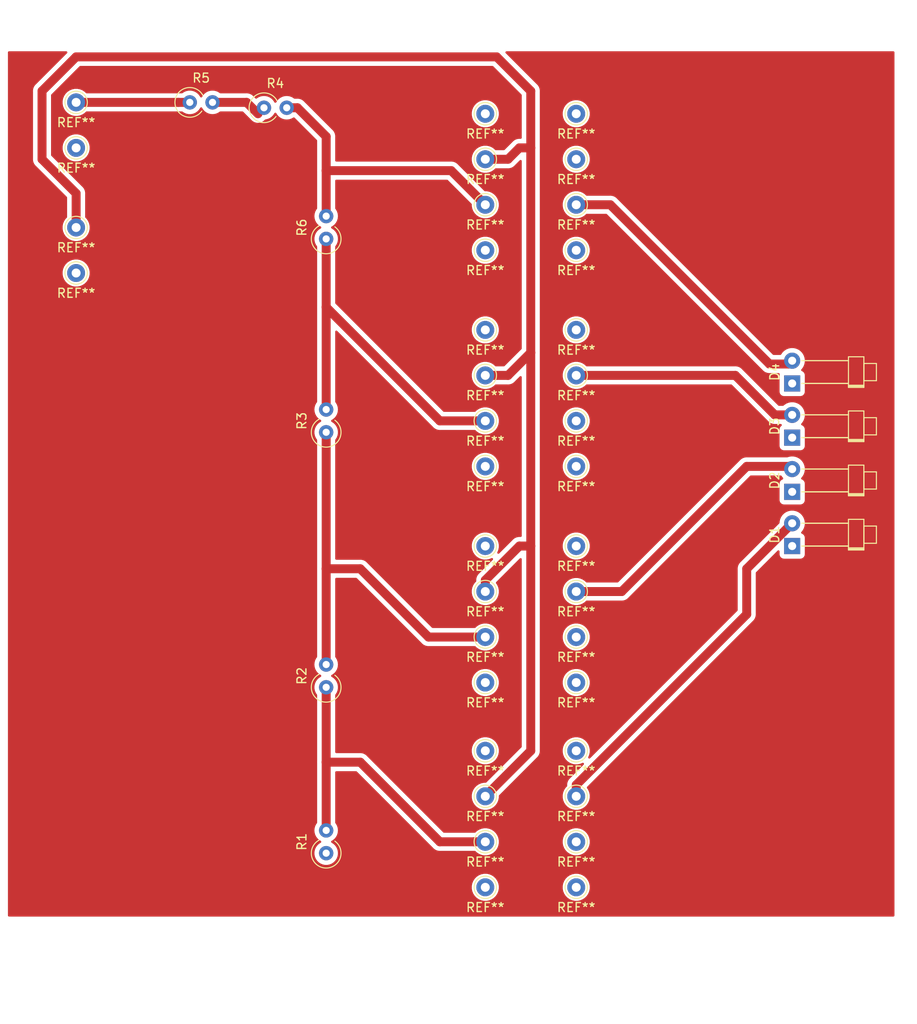
<source format=kicad_pcb>
(kicad_pcb (version 20171130) (host pcbnew "(5.1.4)-1")

  (general
    (thickness 1.6)
    (drawings 0)
    (tracks 59)
    (zones 0)
    (modules 46)
    (nets 18)
  )

  (page A4)
  (layers
    (0 F.Cu signal)
    (31 B.Cu signal)
    (32 B.Adhes user)
    (33 F.Adhes user)
    (34 B.Paste user)
    (35 F.Paste user)
    (36 B.SilkS user)
    (37 F.SilkS user)
    (38 B.Mask user)
    (39 F.Mask user)
    (40 Dwgs.User user)
    (41 Cmts.User user)
    (42 Eco1.User user)
    (43 Eco2.User user)
    (44 Edge.Cuts user)
    (45 Margin user)
    (46 B.CrtYd user)
    (47 F.CrtYd user)
    (48 B.Fab user)
    (49 F.Fab user)
  )

  (setup
    (last_trace_width 1)
    (user_trace_width 1)
    (trace_clearance 0.2)
    (zone_clearance 0.508)
    (zone_45_only no)
    (trace_min 0.2)
    (via_size 0.8)
    (via_drill 0.4)
    (via_min_size 0.4)
    (via_min_drill 0.3)
    (uvia_size 0.3)
    (uvia_drill 0.1)
    (uvias_allowed no)
    (uvia_min_size 0.2)
    (uvia_min_drill 0.1)
    (edge_width 0.05)
    (segment_width 0.2)
    (pcb_text_width 0.3)
    (pcb_text_size 1.5 1.5)
    (mod_edge_width 0.12)
    (mod_text_size 1 1)
    (mod_text_width 0.15)
    (pad_size 1.524 1.524)
    (pad_drill 0.762)
    (pad_to_mask_clearance 0.051)
    (solder_mask_min_width 0.25)
    (aux_axis_origin 0 0)
    (visible_elements FFFFFF7F)
    (pcbplotparams
      (layerselection 0x010fc_ffffffff)
      (usegerberextensions false)
      (usegerberattributes false)
      (usegerberadvancedattributes false)
      (creategerberjobfile false)
      (excludeedgelayer true)
      (linewidth 0.100000)
      (plotframeref false)
      (viasonmask false)
      (mode 1)
      (useauxorigin false)
      (hpglpennumber 1)
      (hpglpenspeed 20)
      (hpglpendiameter 15.000000)
      (psnegative false)
      (psa4output false)
      (plotreference true)
      (plotvalue true)
      (plotinvisibletext false)
      (padsonsilk false)
      (subtractmaskfromsilk false)
      (outputformat 1)
      (mirror false)
      (drillshape 1)
      (scaleselection 1)
      (outputdirectory ""))
  )

  (net 0 "")
  (net 1 "Net-(D1-Pad2)")
  (net 2 "Net-(D1-Pad1)")
  (net 3 "Net-(D2-Pad2)")
  (net 4 "Net-(D2-Pad1)")
  (net 5 "Net-(D3-Pad2)")
  (net 6 "Net-(D3-Pad1)")
  (net 7 "Net-(D4-Pad2)")
  (net 8 "Net-(D4-Pad1)")
  (net 9 "Net-(R1-Pad2)")
  (net 10 "Net-(R1-Pad1)")
  (net 11 "Net-(R2-Pad1)")
  (net 12 "Net-(R3-Pad2)")
  (net 13 "Net-(R4-Pad2)")
  (net 14 "Net-(R5-Pad2)")
  (net 15 "Net-(R5-Pad1)")
  (net 16 "Net-(R6-Pad2)")
  (net 17 "Net-(R6-Pad1)")

  (net_class Default "Esta es la clase de red por defecto."
    (clearance 0.2)
    (trace_width 0.25)
    (via_dia 0.8)
    (via_drill 0.4)
    (uvia_dia 0.3)
    (uvia_drill 0.1)
    (add_net "Net-(D1-Pad1)")
    (add_net "Net-(D1-Pad2)")
    (add_net "Net-(D2-Pad1)")
    (add_net "Net-(D2-Pad2)")
    (add_net "Net-(D3-Pad1)")
    (add_net "Net-(D3-Pad2)")
    (add_net "Net-(D4-Pad1)")
    (add_net "Net-(D4-Pad2)")
    (add_net "Net-(R1-Pad1)")
    (add_net "Net-(R1-Pad2)")
    (add_net "Net-(R2-Pad1)")
    (add_net "Net-(R3-Pad2)")
    (add_net "Net-(R4-Pad2)")
    (add_net "Net-(R5-Pad1)")
    (add_net "Net-(R5-Pad2)")
    (add_net "Net-(R6-Pad1)")
    (add_net "Net-(R6-Pad2)")
  )

  (module Connector_Pin:Pin_D1.0mm_L10.0mm (layer F.Cu) (tedit 5A1DC084) (tstamp 5DBD89B4)
    (at 107.95 54.61)
    (descr "solder Pin_ diameter 1.0mm, hole diameter 1.0mm (press fit), length 10.0mm")
    (tags "solder Pin_ press fit")
    (fp_text reference REF** (at 0 2.25) (layer F.SilkS)
      (effects (font (size 1 1) (thickness 0.15)))
    )
    (fp_text value Pin_D1.0mm_L10.0mm (at 0 -2.05) (layer F.Fab)
      (effects (font (size 1 1) (thickness 0.15)))
    )
    (fp_circle (center 0 0) (end 1.25 0.05) (layer F.SilkS) (width 0.12))
    (fp_circle (center 0 0) (end 1 0) (layer F.Fab) (width 0.12))
    (fp_circle (center 0 0) (end 0.5 0) (layer F.Fab) (width 0.12))
    (fp_circle (center 0 0) (end 1.5 0) (layer F.CrtYd) (width 0.05))
    (fp_text user %R (at 0 2.25) (layer F.Fab)
      (effects (font (size 1 1) (thickness 0.15)))
    )
    (pad 1 thru_hole circle (at 0 0) (size 2 2) (drill 1) (layers *.Cu *.Mask))
    (model ${KISYS3DMOD}/Connector_Pin.3dshapes/Pin_D1.0mm_L10.0mm.wrl
      (at (xyz 0 0 0))
      (scale (xyz 1 1 1))
      (rotate (xyz 0 0 0))
    )
  )

  (module Connector_Pin:Pin_D1.0mm_L10.0mm (layer F.Cu) (tedit 5A1DC084) (tstamp 5DBD898F)
    (at 107.95 49.53)
    (descr "solder Pin_ diameter 1.0mm, hole diameter 1.0mm (press fit), length 10.0mm")
    (tags "solder Pin_ press fit")
    (fp_text reference REF** (at 0 2.25) (layer F.SilkS)
      (effects (font (size 1 1) (thickness 0.15)))
    )
    (fp_text value Pin_D1.0mm_L10.0mm (at 0 -2.05) (layer F.Fab)
      (effects (font (size 1 1) (thickness 0.15)))
    )
    (fp_circle (center 0 0) (end 1.25 0.05) (layer F.SilkS) (width 0.12))
    (fp_circle (center 0 0) (end 1 0) (layer F.Fab) (width 0.12))
    (fp_circle (center 0 0) (end 0.5 0) (layer F.Fab) (width 0.12))
    (fp_circle (center 0 0) (end 1.5 0) (layer F.CrtYd) (width 0.05))
    (fp_text user %R (at 0 2.25) (layer F.Fab)
      (effects (font (size 1 1) (thickness 0.15)))
    )
    (pad 1 thru_hole circle (at 0 0) (size 2 2) (drill 1) (layers *.Cu *.Mask))
    (model ${KISYS3DMOD}/Connector_Pin.3dshapes/Pin_D1.0mm_L10.0mm.wrl
      (at (xyz 0 0 0))
      (scale (xyz 1 1 1))
      (rotate (xyz 0 0 0))
    )
  )

  (module Connector_Pin:Pin_D1.0mm_L10.0mm (layer F.Cu) (tedit 5A1DC084) (tstamp 5DBD896A)
    (at 107.95 40.64)
    (descr "solder Pin_ diameter 1.0mm, hole diameter 1.0mm (press fit), length 10.0mm")
    (tags "solder Pin_ press fit")
    (fp_text reference REF** (at 0 2.25) (layer F.SilkS)
      (effects (font (size 1 1) (thickness 0.15)))
    )
    (fp_text value Pin_D1.0mm_L10.0mm (at 0 -2.05) (layer F.Fab)
      (effects (font (size 1 1) (thickness 0.15)))
    )
    (fp_circle (center 0 0) (end 1.25 0.05) (layer F.SilkS) (width 0.12))
    (fp_circle (center 0 0) (end 1 0) (layer F.Fab) (width 0.12))
    (fp_circle (center 0 0) (end 0.5 0) (layer F.Fab) (width 0.12))
    (fp_circle (center 0 0) (end 1.5 0) (layer F.CrtYd) (width 0.05))
    (fp_text user %R (at 0 2.25) (layer F.Fab)
      (effects (font (size 1 1) (thickness 0.15)))
    )
    (pad 1 thru_hole circle (at 0 0) (size 2 2) (drill 1) (layers *.Cu *.Mask))
    (model ${KISYS3DMOD}/Connector_Pin.3dshapes/Pin_D1.0mm_L10.0mm.wrl
      (at (xyz 0 0 0))
      (scale (xyz 1 1 1))
      (rotate (xyz 0 0 0))
    )
  )

  (module Connector_Pin:Pin_D1.0mm_L10.0mm (layer F.Cu) (tedit 5A1DC084) (tstamp 5DBD8945)
    (at 107.95 35.56)
    (descr "solder Pin_ diameter 1.0mm, hole diameter 1.0mm (press fit), length 10.0mm")
    (tags "solder Pin_ press fit")
    (fp_text reference REF** (at 0 2.25) (layer F.SilkS)
      (effects (font (size 1 1) (thickness 0.15)))
    )
    (fp_text value Pin_D1.0mm_L10.0mm (at 0 -2.05) (layer F.Fab)
      (effects (font (size 1 1) (thickness 0.15)))
    )
    (fp_circle (center 0 0) (end 1.25 0.05) (layer F.SilkS) (width 0.12))
    (fp_circle (center 0 0) (end 1 0) (layer F.Fab) (width 0.12))
    (fp_circle (center 0 0) (end 0.5 0) (layer F.Fab) (width 0.12))
    (fp_circle (center 0 0) (end 1.5 0) (layer F.CrtYd) (width 0.05))
    (fp_text user %R (at 0 2.25) (layer F.Fab)
      (effects (font (size 1 1) (thickness 0.15)))
    )
    (pad 1 thru_hole circle (at 0 0) (size 2 2) (drill 1) (layers *.Cu *.Mask))
    (model ${KISYS3DMOD}/Connector_Pin.3dshapes/Pin_D1.0mm_L10.0mm.wrl
      (at (xyz 0 0 0))
      (scale (xyz 1 1 1))
      (rotate (xyz 0 0 0))
    )
  )

  (module Resistor_THT:R_Axial_DIN0309_L9.0mm_D3.2mm_P2.54mm_Vertical (layer F.Cu) (tedit 5AE5139B) (tstamp 5DBD78D7)
    (at 135.89 50.8 90)
    (descr "Resistor, Axial_DIN0309 series, Axial, Vertical, pin pitch=2.54mm, 0.5W = 1/2W, length*diameter=9*3.2mm^2, http://cdn-reichelt.de/documents/datenblatt/B400/1_4W%23YAG.pdf")
    (tags "Resistor Axial_DIN0309 series Axial Vertical pin pitch 2.54mm 0.5W = 1/2W length 9mm diameter 3.2mm")
    (path /5DBD03A8)
    (fp_text reference R6 (at 1.27 -2.72 90) (layer F.SilkS)
      (effects (font (size 1 1) (thickness 0.15)))
    )
    (fp_text value R (at 1.27 2.72 90) (layer F.Fab)
      (effects (font (size 1 1) (thickness 0.15)))
    )
    (fp_text user %R (at 1.27 -2.72 90) (layer F.Fab)
      (effects (font (size 1 1) (thickness 0.15)))
    )
    (fp_line (start 3.59 -1.85) (end -1.85 -1.85) (layer F.CrtYd) (width 0.05))
    (fp_line (start 3.59 1.85) (end 3.59 -1.85) (layer F.CrtYd) (width 0.05))
    (fp_line (start -1.85 1.85) (end 3.59 1.85) (layer F.CrtYd) (width 0.05))
    (fp_line (start -1.85 -1.85) (end -1.85 1.85) (layer F.CrtYd) (width 0.05))
    (fp_line (start 0 0) (end 2.54 0) (layer F.Fab) (width 0.1))
    (fp_circle (center 0 0) (end 1.6 0) (layer F.Fab) (width 0.1))
    (fp_arc (start 0 0) (end 1.453272 -0.8) (angle -295.326041) (layer F.SilkS) (width 0.12))
    (pad 2 thru_hole oval (at 2.54 0 90) (size 1.6 1.6) (drill 0.8) (layers *.Cu *.Mask)
      (net 16 "Net-(R6-Pad2)"))
    (pad 1 thru_hole circle (at 0 0 90) (size 1.6 1.6) (drill 0.8) (layers *.Cu *.Mask)
      (net 17 "Net-(R6-Pad1)"))
    (model ${KISYS3DMOD}/Resistor_THT.3dshapes/R_Axial_DIN0309_L9.0mm_D3.2mm_P2.54mm_Vertical.wrl
      (at (xyz 0 0 0))
      (scale (xyz 1 1 1))
      (rotate (xyz 0 0 0))
    )
  )

  (module Resistor_THT:R_Axial_DIN0309_L9.0mm_D3.2mm_P2.54mm_Vertical (layer F.Cu) (tedit 5AE5139B) (tstamp 5DBD78C9)
    (at 120.65 35.56)
    (descr "Resistor, Axial_DIN0309 series, Axial, Vertical, pin pitch=2.54mm, 0.5W = 1/2W, length*diameter=9*3.2mm^2, http://cdn-reichelt.de/documents/datenblatt/B400/1_4W%23YAG.pdf")
    (tags "Resistor Axial_DIN0309 series Axial Vertical pin pitch 2.54mm 0.5W = 1/2W length 9mm diameter 3.2mm")
    (path /5DBD01AB)
    (fp_text reference R5 (at 1.27 -2.72) (layer F.SilkS)
      (effects (font (size 1 1) (thickness 0.15)))
    )
    (fp_text value R (at 1.27 2.72) (layer F.Fab)
      (effects (font (size 1 1) (thickness 0.15)))
    )
    (fp_text user %R (at 1.27 -2.72) (layer F.Fab)
      (effects (font (size 1 1) (thickness 0.15)))
    )
    (fp_line (start 3.59 -1.85) (end -1.85 -1.85) (layer F.CrtYd) (width 0.05))
    (fp_line (start 3.59 1.85) (end 3.59 -1.85) (layer F.CrtYd) (width 0.05))
    (fp_line (start -1.85 1.85) (end 3.59 1.85) (layer F.CrtYd) (width 0.05))
    (fp_line (start -1.85 -1.85) (end -1.85 1.85) (layer F.CrtYd) (width 0.05))
    (fp_line (start 0 0) (end 2.54 0) (layer F.Fab) (width 0.1))
    (fp_circle (center 0 0) (end 1.6 0) (layer F.Fab) (width 0.1))
    (fp_arc (start 0 0) (end 1.453272 -0.8) (angle -295.326041) (layer F.SilkS) (width 0.12))
    (pad 2 thru_hole oval (at 2.54 0) (size 1.6 1.6) (drill 0.8) (layers *.Cu *.Mask)
      (net 14 "Net-(R5-Pad2)"))
    (pad 1 thru_hole circle (at 0 0) (size 1.6 1.6) (drill 0.8) (layers *.Cu *.Mask)
      (net 15 "Net-(R5-Pad1)"))
    (model ${KISYS3DMOD}/Resistor_THT.3dshapes/R_Axial_DIN0309_L9.0mm_D3.2mm_P2.54mm_Vertical.wrl
      (at (xyz 0 0 0))
      (scale (xyz 1 1 1))
      (rotate (xyz 0 0 0))
    )
  )

  (module Resistor_THT:R_Axial_DIN0309_L9.0mm_D3.2mm_P2.54mm_Vertical (layer F.Cu) (tedit 5AE5139B) (tstamp 5DBD78BB)
    (at 128.94 36.16)
    (descr "Resistor, Axial_DIN0309 series, Axial, Vertical, pin pitch=2.54mm, 0.5W = 1/2W, length*diameter=9*3.2mm^2, http://cdn-reichelt.de/documents/datenblatt/B400/1_4W%23YAG.pdf")
    (tags "Resistor Axial_DIN0309 series Axial Vertical pin pitch 2.54mm 0.5W = 1/2W length 9mm diameter 3.2mm")
    (path /5DBCFFC8)
    (fp_text reference R4 (at 1.27 -2.72) (layer F.SilkS)
      (effects (font (size 1 1) (thickness 0.15)))
    )
    (fp_text value R (at 1.27 2.72) (layer F.Fab)
      (effects (font (size 1 1) (thickness 0.15)))
    )
    (fp_text user %R (at 1.27 -2.72) (layer F.Fab)
      (effects (font (size 1 1) (thickness 0.15)))
    )
    (fp_line (start 3.59 -1.85) (end -1.85 -1.85) (layer F.CrtYd) (width 0.05))
    (fp_line (start 3.59 1.85) (end 3.59 -1.85) (layer F.CrtYd) (width 0.05))
    (fp_line (start -1.85 1.85) (end 3.59 1.85) (layer F.CrtYd) (width 0.05))
    (fp_line (start -1.85 -1.85) (end -1.85 1.85) (layer F.CrtYd) (width 0.05))
    (fp_line (start 0 0) (end 2.54 0) (layer F.Fab) (width 0.1))
    (fp_circle (center 0 0) (end 1.6 0) (layer F.Fab) (width 0.1))
    (fp_arc (start 0 0) (end 1.453272 -0.8) (angle -295.326041) (layer F.SilkS) (width 0.12))
    (pad 2 thru_hole oval (at 2.54 0) (size 1.6 1.6) (drill 0.8) (layers *.Cu *.Mask)
      (net 13 "Net-(R4-Pad2)"))
    (pad 1 thru_hole circle (at 0 0) (size 1.6 1.6) (drill 0.8) (layers *.Cu *.Mask)
      (net 12 "Net-(R3-Pad2)"))
    (model ${KISYS3DMOD}/Resistor_THT.3dshapes/R_Axial_DIN0309_L9.0mm_D3.2mm_P2.54mm_Vertical.wrl
      (at (xyz 0 0 0))
      (scale (xyz 1 1 1))
      (rotate (xyz 0 0 0))
    )
  )

  (module Resistor_THT:R_Axial_DIN0309_L9.0mm_D3.2mm_P2.54mm_Vertical (layer F.Cu) (tedit 5AE5139B) (tstamp 5DBD78AD)
    (at 135.89 72.39 90)
    (descr "Resistor, Axial_DIN0309 series, Axial, Vertical, pin pitch=2.54mm, 0.5W = 1/2W, length*diameter=9*3.2mm^2, http://cdn-reichelt.de/documents/datenblatt/B400/1_4W%23YAG.pdf")
    (tags "Resistor Axial_DIN0309 series Axial Vertical pin pitch 2.54mm 0.5W = 1/2W length 9mm diameter 3.2mm")
    (path /5DBCFDF0)
    (fp_text reference R3 (at 1.27 -2.72 90) (layer F.SilkS)
      (effects (font (size 1 1) (thickness 0.15)))
    )
    (fp_text value R (at 1.27 2.72 90) (layer F.Fab)
      (effects (font (size 1 1) (thickness 0.15)))
    )
    (fp_text user %R (at 1.27 -2.72 90) (layer F.Fab)
      (effects (font (size 1 1) (thickness 0.15)))
    )
    (fp_line (start 3.59 -1.85) (end -1.85 -1.85) (layer F.CrtYd) (width 0.05))
    (fp_line (start 3.59 1.85) (end 3.59 -1.85) (layer F.CrtYd) (width 0.05))
    (fp_line (start -1.85 1.85) (end 3.59 1.85) (layer F.CrtYd) (width 0.05))
    (fp_line (start -1.85 -1.85) (end -1.85 1.85) (layer F.CrtYd) (width 0.05))
    (fp_line (start 0 0) (end 2.54 0) (layer F.Fab) (width 0.1))
    (fp_circle (center 0 0) (end 1.6 0) (layer F.Fab) (width 0.1))
    (fp_arc (start 0 0) (end 1.453272 -0.8) (angle -295.326041) (layer F.SilkS) (width 0.12))
    (pad 2 thru_hole oval (at 2.54 0 90) (size 1.6 1.6) (drill 0.8) (layers *.Cu *.Mask)
      (net 12 "Net-(R3-Pad2)"))
    (pad 1 thru_hole circle (at 0 0 90) (size 1.6 1.6) (drill 0.8) (layers *.Cu *.Mask)
      (net 11 "Net-(R2-Pad1)"))
    (model ${KISYS3DMOD}/Resistor_THT.3dshapes/R_Axial_DIN0309_L9.0mm_D3.2mm_P2.54mm_Vertical.wrl
      (at (xyz 0 0 0))
      (scale (xyz 1 1 1))
      (rotate (xyz 0 0 0))
    )
  )

  (module Resistor_THT:R_Axial_DIN0309_L9.0mm_D3.2mm_P2.54mm_Vertical (layer F.Cu) (tedit 5AE5139B) (tstamp 5DBD789F)
    (at 135.89 100.86 90)
    (descr "Resistor, Axial_DIN0309 series, Axial, Vertical, pin pitch=2.54mm, 0.5W = 1/2W, length*diameter=9*3.2mm^2, http://cdn-reichelt.de/documents/datenblatt/B400/1_4W%23YAG.pdf")
    (tags "Resistor Axial_DIN0309 series Axial Vertical pin pitch 2.54mm 0.5W = 1/2W length 9mm diameter 3.2mm")
    (path /5DBCFC09)
    (fp_text reference R2 (at 1.27 -2.72 90) (layer F.SilkS)
      (effects (font (size 1 1) (thickness 0.15)))
    )
    (fp_text value R (at 1.27 2.72 90) (layer F.Fab)
      (effects (font (size 1 1) (thickness 0.15)))
    )
    (fp_text user %R (at 1.27 -2.72 90) (layer F.Fab)
      (effects (font (size 1 1) (thickness 0.15)))
    )
    (fp_line (start 3.59 -1.85) (end -1.85 -1.85) (layer F.CrtYd) (width 0.05))
    (fp_line (start 3.59 1.85) (end 3.59 -1.85) (layer F.CrtYd) (width 0.05))
    (fp_line (start -1.85 1.85) (end 3.59 1.85) (layer F.CrtYd) (width 0.05))
    (fp_line (start -1.85 -1.85) (end -1.85 1.85) (layer F.CrtYd) (width 0.05))
    (fp_line (start 0 0) (end 2.54 0) (layer F.Fab) (width 0.1))
    (fp_circle (center 0 0) (end 1.6 0) (layer F.Fab) (width 0.1))
    (fp_arc (start 0 0) (end 1.453272 -0.8) (angle -295.326041) (layer F.SilkS) (width 0.12))
    (pad 2 thru_hole oval (at 2.54 0 90) (size 1.6 1.6) (drill 0.8) (layers *.Cu *.Mask)
      (net 10 "Net-(R1-Pad1)"))
    (pad 1 thru_hole circle (at 0 0 90) (size 1.6 1.6) (drill 0.8) (layers *.Cu *.Mask)
      (net 11 "Net-(R2-Pad1)"))
    (model ${KISYS3DMOD}/Resistor_THT.3dshapes/R_Axial_DIN0309_L9.0mm_D3.2mm_P2.54mm_Vertical.wrl
      (at (xyz 0 0 0))
      (scale (xyz 1 1 1))
      (rotate (xyz 0 0 0))
    )
  )

  (module Resistor_THT:R_Axial_DIN0309_L9.0mm_D3.2mm_P2.54mm_Vertical (layer F.Cu) (tedit 5AE5139B) (tstamp 5DBD7891)
    (at 135.89 119.38 90)
    (descr "Resistor, Axial_DIN0309 series, Axial, Vertical, pin pitch=2.54mm, 0.5W = 1/2W, length*diameter=9*3.2mm^2, http://cdn-reichelt.de/documents/datenblatt/B400/1_4W%23YAG.pdf")
    (tags "Resistor Axial_DIN0309 series Axial Vertical pin pitch 2.54mm 0.5W = 1/2W length 9mm diameter 3.2mm")
    (path /5DBCF958)
    (fp_text reference R1 (at 1.27 -2.72 90) (layer F.SilkS)
      (effects (font (size 1 1) (thickness 0.15)))
    )
    (fp_text value R (at 1.27 2.72 90) (layer F.Fab)
      (effects (font (size 1 1) (thickness 0.15)))
    )
    (fp_text user %R (at 1.27 -2.72 90) (layer F.Fab)
      (effects (font (size 1 1) (thickness 0.15)))
    )
    (fp_line (start 3.59 -1.85) (end -1.85 -1.85) (layer F.CrtYd) (width 0.05))
    (fp_line (start 3.59 1.85) (end 3.59 -1.85) (layer F.CrtYd) (width 0.05))
    (fp_line (start -1.85 1.85) (end 3.59 1.85) (layer F.CrtYd) (width 0.05))
    (fp_line (start -1.85 -1.85) (end -1.85 1.85) (layer F.CrtYd) (width 0.05))
    (fp_line (start 0 0) (end 2.54 0) (layer F.Fab) (width 0.1))
    (fp_circle (center 0 0) (end 1.6 0) (layer F.Fab) (width 0.1))
    (fp_arc (start 0 0) (end 1.453272 -0.8) (angle -295.326041) (layer F.SilkS) (width 0.12))
    (pad 2 thru_hole oval (at 2.54 0 90) (size 1.6 1.6) (drill 0.8) (layers *.Cu *.Mask)
      (net 9 "Net-(R1-Pad2)"))
    (pad 1 thru_hole circle (at 0 0 90) (size 1.6 1.6) (drill 0.8) (layers *.Cu *.Mask)
      (net 10 "Net-(R1-Pad1)"))
    (model ${KISYS3DMOD}/Resistor_THT.3dshapes/R_Axial_DIN0309_L9.0mm_D3.2mm_P2.54mm_Vertical.wrl
      (at (xyz 0 0 0))
      (scale (xyz 1 1 1))
      (rotate (xyz 0 0 0))
    )
  )

  (module LED_THT:LED_D1.8mm_W1.8mm_H2.4mm_Horizontal_O6.35mm_Z4.9mm (layer F.Cu) (tedit 5880A863) (tstamp 5DBD7883)
    (at 187.96 66.94 90)
    (descr "LED, ,  diameter 1.8mm size 1.8x2.4mm^2 z-position of LED center 1.6mm, 2 pins,  diameter 1.8mm size 1.8x2.4mm^2 z-position of LED center 1.6mm, 2 pins,  diameter 1.8mm size 1.8x2.4mm^2 z-position of LED center 1.6mm, 2 pins,  diameter 1.8mm size 1.8x2.4mm^2 z-position of LED center 4.9mm, 2 pins,  diameter 1.8mm size 1.8x2.4mm^2 z-position of LED center 4.9mm, 2 pins,  diameter 1.8mm size 1.8x2.4mm^2 z-position of LED center 4.9mm, 2 pins")
    (tags "LED   diameter 1.8mm size 1.8x2.4mm^2 z-position of LED center 1.6mm 2 pins  diameter 1.8mm size 1.8x2.4mm^2 z-position of LED center 1.6mm 2 pins  diameter 1.8mm size 1.8x2.4mm^2 z-position of LED center 1.6mm 2 pins  diameter 1.8mm size 1.8x2.4mm^2 z-position of LED center 4.9mm 2 pins  diameter 1.8mm size 1.8x2.4mm^2 z-position of LED center 4.9mm 2 pins  diameter 1.8mm size 1.8x2.4mm^2 z-position of LED center 4.9mm 2 pins")
    (path /5DBCF368)
    (fp_text reference D4 (at 1.27 -1.96 90) (layer F.SilkS)
      (effects (font (size 1 1) (thickness 0.15)))
    )
    (fp_text value LED (at 1.27 10.41 90) (layer F.Fab)
      (effects (font (size 1 1) (thickness 0.15)))
    )
    (fp_line (start 3.75 -1.25) (end -1.25 -1.25) (layer F.CrtYd) (width 0.05))
    (fp_line (start 3.75 9.7) (end 3.75 -1.25) (layer F.CrtYd) (width 0.05))
    (fp_line (start -1.25 9.7) (end 3.75 9.7) (layer F.CrtYd) (width 0.05))
    (fp_line (start -1.25 -1.25) (end -1.25 9.7) (layer F.CrtYd) (width 0.05))
    (fp_line (start 2.54 1.08) (end 2.54 1.08) (layer F.SilkS) (width 0.12))
    (fp_line (start 2.54 6.29) (end 2.54 1.08) (layer F.SilkS) (width 0.12))
    (fp_line (start 2.54 6.29) (end 2.54 6.29) (layer F.SilkS) (width 0.12))
    (fp_line (start 2.54 1.08) (end 2.54 6.29) (layer F.SilkS) (width 0.12))
    (fp_line (start 0 1.08) (end 0 1.08) (layer F.SilkS) (width 0.12))
    (fp_line (start 0 6.29) (end 0 1.08) (layer F.SilkS) (width 0.12))
    (fp_line (start 0 6.29) (end 0 6.29) (layer F.SilkS) (width 0.12))
    (fp_line (start 0 1.08) (end 0 6.29) (layer F.SilkS) (width 0.12))
    (fp_line (start 2.23 8.01) (end 0.31 8.01) (layer F.SilkS) (width 0.12))
    (fp_line (start 2.23 9.41) (end 2.23 8.01) (layer F.SilkS) (width 0.12))
    (fp_line (start 0.31 9.41) (end 2.23 9.41) (layer F.SilkS) (width 0.12))
    (fp_line (start 0.31 8.01) (end 0.31 9.41) (layer F.SilkS) (width 0.12))
    (fp_line (start -0.2 6.29) (end -0.2 8.01) (layer F.SilkS) (width 0.12))
    (fp_line (start -0.32 6.29) (end -0.32 8.01) (layer F.SilkS) (width 0.12))
    (fp_line (start 2.98 6.29) (end -0.44 6.29) (layer F.SilkS) (width 0.12))
    (fp_line (start 2.98 8.01) (end 2.98 6.29) (layer F.SilkS) (width 0.12))
    (fp_line (start -0.44 8.01) (end 2.98 8.01) (layer F.SilkS) (width 0.12))
    (fp_line (start -0.44 6.29) (end -0.44 8.01) (layer F.SilkS) (width 0.12))
    (fp_line (start 2.54 0) (end 2.54 0) (layer F.Fab) (width 0.1))
    (fp_line (start 2.54 6.35) (end 2.54 0) (layer F.Fab) (width 0.1))
    (fp_line (start 2.54 6.35) (end 2.54 6.35) (layer F.Fab) (width 0.1))
    (fp_line (start 2.54 0) (end 2.54 6.35) (layer F.Fab) (width 0.1))
    (fp_line (start 0 0) (end 0 0) (layer F.Fab) (width 0.1))
    (fp_line (start 0 6.35) (end 0 0) (layer F.Fab) (width 0.1))
    (fp_line (start 0 6.35) (end 0 6.35) (layer F.Fab) (width 0.1))
    (fp_line (start 0 0) (end 0 6.35) (layer F.Fab) (width 0.1))
    (fp_line (start 2.17 7.95) (end 0.37 7.95) (layer F.Fab) (width 0.1))
    (fp_line (start 2.17 9.35) (end 2.17 7.95) (layer F.Fab) (width 0.1))
    (fp_line (start 0.37 9.35) (end 2.17 9.35) (layer F.Fab) (width 0.1))
    (fp_line (start 0.37 7.95) (end 0.37 9.35) (layer F.Fab) (width 0.1))
    (fp_line (start 2.92 6.35) (end -0.38 6.35) (layer F.Fab) (width 0.1))
    (fp_line (start 2.92 7.95) (end 2.92 6.35) (layer F.Fab) (width 0.1))
    (fp_line (start -0.38 7.95) (end 2.92 7.95) (layer F.Fab) (width 0.1))
    (fp_line (start -0.38 6.35) (end -0.38 7.95) (layer F.Fab) (width 0.1))
    (pad 2 thru_hole circle (at 2.54 0 90) (size 1.8 1.8) (drill 0.9) (layers *.Cu *.Mask)
      (net 7 "Net-(D4-Pad2)"))
    (pad 1 thru_hole rect (at 0 0 90) (size 1.8 1.8) (drill 0.9) (layers *.Cu *.Mask)
      (net 8 "Net-(D4-Pad1)"))
    (model ${KISYS3DMOD}/LED_THT.3dshapes/LED_D1.8mm_W1.8mm_H2.4mm_Horizontal_O6.35mm_Z4.9mm.wrl
      (at (xyz 0 0 0))
      (scale (xyz 1 1 1))
      (rotate (xyz 0 0 0))
    )
  )

  (module LED_THT:LED_D1.8mm_W1.8mm_H2.4mm_Horizontal_O6.35mm_Z4.9mm (layer F.Cu) (tedit 5880A863) (tstamp 5DBD7857)
    (at 187.96 72.99 90)
    (descr "LED, ,  diameter 1.8mm size 1.8x2.4mm^2 z-position of LED center 1.6mm, 2 pins,  diameter 1.8mm size 1.8x2.4mm^2 z-position of LED center 1.6mm, 2 pins,  diameter 1.8mm size 1.8x2.4mm^2 z-position of LED center 1.6mm, 2 pins,  diameter 1.8mm size 1.8x2.4mm^2 z-position of LED center 4.9mm, 2 pins,  diameter 1.8mm size 1.8x2.4mm^2 z-position of LED center 4.9mm, 2 pins,  diameter 1.8mm size 1.8x2.4mm^2 z-position of LED center 4.9mm, 2 pins")
    (tags "LED   diameter 1.8mm size 1.8x2.4mm^2 z-position of LED center 1.6mm 2 pins  diameter 1.8mm size 1.8x2.4mm^2 z-position of LED center 1.6mm 2 pins  diameter 1.8mm size 1.8x2.4mm^2 z-position of LED center 1.6mm 2 pins  diameter 1.8mm size 1.8x2.4mm^2 z-position of LED center 4.9mm 2 pins  diameter 1.8mm size 1.8x2.4mm^2 z-position of LED center 4.9mm 2 pins  diameter 1.8mm size 1.8x2.4mm^2 z-position of LED center 4.9mm 2 pins")
    (path /5DBCEFD4)
    (fp_text reference D3 (at 1.27 -1.96 90) (layer F.SilkS)
      (effects (font (size 1 1) (thickness 0.15)))
    )
    (fp_text value LED (at 1.27 10.41 90) (layer F.Fab)
      (effects (font (size 1 1) (thickness 0.15)))
    )
    (fp_line (start 3.75 -1.25) (end -1.25 -1.25) (layer F.CrtYd) (width 0.05))
    (fp_line (start 3.75 9.7) (end 3.75 -1.25) (layer F.CrtYd) (width 0.05))
    (fp_line (start -1.25 9.7) (end 3.75 9.7) (layer F.CrtYd) (width 0.05))
    (fp_line (start -1.25 -1.25) (end -1.25 9.7) (layer F.CrtYd) (width 0.05))
    (fp_line (start 2.54 1.08) (end 2.54 1.08) (layer F.SilkS) (width 0.12))
    (fp_line (start 2.54 6.29) (end 2.54 1.08) (layer F.SilkS) (width 0.12))
    (fp_line (start 2.54 6.29) (end 2.54 6.29) (layer F.SilkS) (width 0.12))
    (fp_line (start 2.54 1.08) (end 2.54 6.29) (layer F.SilkS) (width 0.12))
    (fp_line (start 0 1.08) (end 0 1.08) (layer F.SilkS) (width 0.12))
    (fp_line (start 0 6.29) (end 0 1.08) (layer F.SilkS) (width 0.12))
    (fp_line (start 0 6.29) (end 0 6.29) (layer F.SilkS) (width 0.12))
    (fp_line (start 0 1.08) (end 0 6.29) (layer F.SilkS) (width 0.12))
    (fp_line (start 2.23 8.01) (end 0.31 8.01) (layer F.SilkS) (width 0.12))
    (fp_line (start 2.23 9.41) (end 2.23 8.01) (layer F.SilkS) (width 0.12))
    (fp_line (start 0.31 9.41) (end 2.23 9.41) (layer F.SilkS) (width 0.12))
    (fp_line (start 0.31 8.01) (end 0.31 9.41) (layer F.SilkS) (width 0.12))
    (fp_line (start -0.2 6.29) (end -0.2 8.01) (layer F.SilkS) (width 0.12))
    (fp_line (start -0.32 6.29) (end -0.32 8.01) (layer F.SilkS) (width 0.12))
    (fp_line (start 2.98 6.29) (end -0.44 6.29) (layer F.SilkS) (width 0.12))
    (fp_line (start 2.98 8.01) (end 2.98 6.29) (layer F.SilkS) (width 0.12))
    (fp_line (start -0.44 8.01) (end 2.98 8.01) (layer F.SilkS) (width 0.12))
    (fp_line (start -0.44 6.29) (end -0.44 8.01) (layer F.SilkS) (width 0.12))
    (fp_line (start 2.54 0) (end 2.54 0) (layer F.Fab) (width 0.1))
    (fp_line (start 2.54 6.35) (end 2.54 0) (layer F.Fab) (width 0.1))
    (fp_line (start 2.54 6.35) (end 2.54 6.35) (layer F.Fab) (width 0.1))
    (fp_line (start 2.54 0) (end 2.54 6.35) (layer F.Fab) (width 0.1))
    (fp_line (start 0 0) (end 0 0) (layer F.Fab) (width 0.1))
    (fp_line (start 0 6.35) (end 0 0) (layer F.Fab) (width 0.1))
    (fp_line (start 0 6.35) (end 0 6.35) (layer F.Fab) (width 0.1))
    (fp_line (start 0 0) (end 0 6.35) (layer F.Fab) (width 0.1))
    (fp_line (start 2.17 7.95) (end 0.37 7.95) (layer F.Fab) (width 0.1))
    (fp_line (start 2.17 9.35) (end 2.17 7.95) (layer F.Fab) (width 0.1))
    (fp_line (start 0.37 9.35) (end 2.17 9.35) (layer F.Fab) (width 0.1))
    (fp_line (start 0.37 7.95) (end 0.37 9.35) (layer F.Fab) (width 0.1))
    (fp_line (start 2.92 6.35) (end -0.38 6.35) (layer F.Fab) (width 0.1))
    (fp_line (start 2.92 7.95) (end 2.92 6.35) (layer F.Fab) (width 0.1))
    (fp_line (start -0.38 7.95) (end 2.92 7.95) (layer F.Fab) (width 0.1))
    (fp_line (start -0.38 6.35) (end -0.38 7.95) (layer F.Fab) (width 0.1))
    (pad 2 thru_hole circle (at 2.54 0 90) (size 1.8 1.8) (drill 0.9) (layers *.Cu *.Mask)
      (net 5 "Net-(D3-Pad2)"))
    (pad 1 thru_hole rect (at 0 0 90) (size 1.8 1.8) (drill 0.9) (layers *.Cu *.Mask)
      (net 6 "Net-(D3-Pad1)"))
    (model ${KISYS3DMOD}/LED_THT.3dshapes/LED_D1.8mm_W1.8mm_H2.4mm_Horizontal_O6.35mm_Z4.9mm.wrl
      (at (xyz 0 0 0))
      (scale (xyz 1 1 1))
      (rotate (xyz 0 0 0))
    )
  )

  (module LED_THT:LED_D1.8mm_W1.8mm_H2.4mm_Horizontal_O6.35mm_Z4.9mm (layer F.Cu) (tedit 5880A863) (tstamp 5DBD782B)
    (at 187.96 79.04 90)
    (descr "LED, ,  diameter 1.8mm size 1.8x2.4mm^2 z-position of LED center 1.6mm, 2 pins,  diameter 1.8mm size 1.8x2.4mm^2 z-position of LED center 1.6mm, 2 pins,  diameter 1.8mm size 1.8x2.4mm^2 z-position of LED center 1.6mm, 2 pins,  diameter 1.8mm size 1.8x2.4mm^2 z-position of LED center 4.9mm, 2 pins,  diameter 1.8mm size 1.8x2.4mm^2 z-position of LED center 4.9mm, 2 pins,  diameter 1.8mm size 1.8x2.4mm^2 z-position of LED center 4.9mm, 2 pins")
    (tags "LED   diameter 1.8mm size 1.8x2.4mm^2 z-position of LED center 1.6mm 2 pins  diameter 1.8mm size 1.8x2.4mm^2 z-position of LED center 1.6mm 2 pins  diameter 1.8mm size 1.8x2.4mm^2 z-position of LED center 1.6mm 2 pins  diameter 1.8mm size 1.8x2.4mm^2 z-position of LED center 4.9mm 2 pins  diameter 1.8mm size 1.8x2.4mm^2 z-position of LED center 4.9mm 2 pins  diameter 1.8mm size 1.8x2.4mm^2 z-position of LED center 4.9mm 2 pins")
    (path /5DBCF539)
    (fp_text reference D2 (at 1.27 -1.96 90) (layer F.SilkS)
      (effects (font (size 1 1) (thickness 0.15)))
    )
    (fp_text value LED (at 1.27 10.41 90) (layer F.Fab)
      (effects (font (size 1 1) (thickness 0.15)))
    )
    (fp_line (start 3.75 -1.25) (end -1.25 -1.25) (layer F.CrtYd) (width 0.05))
    (fp_line (start 3.75 9.7) (end 3.75 -1.25) (layer F.CrtYd) (width 0.05))
    (fp_line (start -1.25 9.7) (end 3.75 9.7) (layer F.CrtYd) (width 0.05))
    (fp_line (start -1.25 -1.25) (end -1.25 9.7) (layer F.CrtYd) (width 0.05))
    (fp_line (start 2.54 1.08) (end 2.54 1.08) (layer F.SilkS) (width 0.12))
    (fp_line (start 2.54 6.29) (end 2.54 1.08) (layer F.SilkS) (width 0.12))
    (fp_line (start 2.54 6.29) (end 2.54 6.29) (layer F.SilkS) (width 0.12))
    (fp_line (start 2.54 1.08) (end 2.54 6.29) (layer F.SilkS) (width 0.12))
    (fp_line (start 0 1.08) (end 0 1.08) (layer F.SilkS) (width 0.12))
    (fp_line (start 0 6.29) (end 0 1.08) (layer F.SilkS) (width 0.12))
    (fp_line (start 0 6.29) (end 0 6.29) (layer F.SilkS) (width 0.12))
    (fp_line (start 0 1.08) (end 0 6.29) (layer F.SilkS) (width 0.12))
    (fp_line (start 2.23 8.01) (end 0.31 8.01) (layer F.SilkS) (width 0.12))
    (fp_line (start 2.23 9.41) (end 2.23 8.01) (layer F.SilkS) (width 0.12))
    (fp_line (start 0.31 9.41) (end 2.23 9.41) (layer F.SilkS) (width 0.12))
    (fp_line (start 0.31 8.01) (end 0.31 9.41) (layer F.SilkS) (width 0.12))
    (fp_line (start -0.2 6.29) (end -0.2 8.01) (layer F.SilkS) (width 0.12))
    (fp_line (start -0.32 6.29) (end -0.32 8.01) (layer F.SilkS) (width 0.12))
    (fp_line (start 2.98 6.29) (end -0.44 6.29) (layer F.SilkS) (width 0.12))
    (fp_line (start 2.98 8.01) (end 2.98 6.29) (layer F.SilkS) (width 0.12))
    (fp_line (start -0.44 8.01) (end 2.98 8.01) (layer F.SilkS) (width 0.12))
    (fp_line (start -0.44 6.29) (end -0.44 8.01) (layer F.SilkS) (width 0.12))
    (fp_line (start 2.54 0) (end 2.54 0) (layer F.Fab) (width 0.1))
    (fp_line (start 2.54 6.35) (end 2.54 0) (layer F.Fab) (width 0.1))
    (fp_line (start 2.54 6.35) (end 2.54 6.35) (layer F.Fab) (width 0.1))
    (fp_line (start 2.54 0) (end 2.54 6.35) (layer F.Fab) (width 0.1))
    (fp_line (start 0 0) (end 0 0) (layer F.Fab) (width 0.1))
    (fp_line (start 0 6.35) (end 0 0) (layer F.Fab) (width 0.1))
    (fp_line (start 0 6.35) (end 0 6.35) (layer F.Fab) (width 0.1))
    (fp_line (start 0 0) (end 0 6.35) (layer F.Fab) (width 0.1))
    (fp_line (start 2.17 7.95) (end 0.37 7.95) (layer F.Fab) (width 0.1))
    (fp_line (start 2.17 9.35) (end 2.17 7.95) (layer F.Fab) (width 0.1))
    (fp_line (start 0.37 9.35) (end 2.17 9.35) (layer F.Fab) (width 0.1))
    (fp_line (start 0.37 7.95) (end 0.37 9.35) (layer F.Fab) (width 0.1))
    (fp_line (start 2.92 6.35) (end -0.38 6.35) (layer F.Fab) (width 0.1))
    (fp_line (start 2.92 7.95) (end 2.92 6.35) (layer F.Fab) (width 0.1))
    (fp_line (start -0.38 7.95) (end 2.92 7.95) (layer F.Fab) (width 0.1))
    (fp_line (start -0.38 6.35) (end -0.38 7.95) (layer F.Fab) (width 0.1))
    (pad 2 thru_hole circle (at 2.54 0 90) (size 1.8 1.8) (drill 0.9) (layers *.Cu *.Mask)
      (net 3 "Net-(D2-Pad2)"))
    (pad 1 thru_hole rect (at 0 0 90) (size 1.8 1.8) (drill 0.9) (layers *.Cu *.Mask)
      (net 4 "Net-(D2-Pad1)"))
    (model ${KISYS3DMOD}/LED_THT.3dshapes/LED_D1.8mm_W1.8mm_H2.4mm_Horizontal_O6.35mm_Z4.9mm.wrl
      (at (xyz 0 0 0))
      (scale (xyz 1 1 1))
      (rotate (xyz 0 0 0))
    )
  )

  (module LED_THT:LED_D1.8mm_W1.8mm_H2.4mm_Horizontal_O6.35mm_Z4.9mm (layer F.Cu) (tedit 5880A863) (tstamp 5DBD77FF)
    (at 187.96 85.09 90)
    (descr "LED, ,  diameter 1.8mm size 1.8x2.4mm^2 z-position of LED center 1.6mm, 2 pins,  diameter 1.8mm size 1.8x2.4mm^2 z-position of LED center 1.6mm, 2 pins,  diameter 1.8mm size 1.8x2.4mm^2 z-position of LED center 1.6mm, 2 pins,  diameter 1.8mm size 1.8x2.4mm^2 z-position of LED center 4.9mm, 2 pins,  diameter 1.8mm size 1.8x2.4mm^2 z-position of LED center 4.9mm, 2 pins,  diameter 1.8mm size 1.8x2.4mm^2 z-position of LED center 4.9mm, 2 pins")
    (tags "LED   diameter 1.8mm size 1.8x2.4mm^2 z-position of LED center 1.6mm 2 pins  diameter 1.8mm size 1.8x2.4mm^2 z-position of LED center 1.6mm 2 pins  diameter 1.8mm size 1.8x2.4mm^2 z-position of LED center 1.6mm 2 pins  diameter 1.8mm size 1.8x2.4mm^2 z-position of LED center 4.9mm 2 pins  diameter 1.8mm size 1.8x2.4mm^2 z-position of LED center 4.9mm 2 pins  diameter 1.8mm size 1.8x2.4mm^2 z-position of LED center 4.9mm 2 pins")
    (path /5DBCF727)
    (fp_text reference D1 (at 1.27 -1.96 90) (layer F.SilkS)
      (effects (font (size 1 1) (thickness 0.15)))
    )
    (fp_text value LED (at 1.27 10.41 90) (layer F.Fab)
      (effects (font (size 1 1) (thickness 0.15)))
    )
    (fp_line (start 3.75 -1.25) (end -1.25 -1.25) (layer F.CrtYd) (width 0.05))
    (fp_line (start 3.75 9.7) (end 3.75 -1.25) (layer F.CrtYd) (width 0.05))
    (fp_line (start -1.25 9.7) (end 3.75 9.7) (layer F.CrtYd) (width 0.05))
    (fp_line (start -1.25 -1.25) (end -1.25 9.7) (layer F.CrtYd) (width 0.05))
    (fp_line (start 2.54 1.08) (end 2.54 1.08) (layer F.SilkS) (width 0.12))
    (fp_line (start 2.54 6.29) (end 2.54 1.08) (layer F.SilkS) (width 0.12))
    (fp_line (start 2.54 6.29) (end 2.54 6.29) (layer F.SilkS) (width 0.12))
    (fp_line (start 2.54 1.08) (end 2.54 6.29) (layer F.SilkS) (width 0.12))
    (fp_line (start 0 1.08) (end 0 1.08) (layer F.SilkS) (width 0.12))
    (fp_line (start 0 6.29) (end 0 1.08) (layer F.SilkS) (width 0.12))
    (fp_line (start 0 6.29) (end 0 6.29) (layer F.SilkS) (width 0.12))
    (fp_line (start 0 1.08) (end 0 6.29) (layer F.SilkS) (width 0.12))
    (fp_line (start 2.23 8.01) (end 0.31 8.01) (layer F.SilkS) (width 0.12))
    (fp_line (start 2.23 9.41) (end 2.23 8.01) (layer F.SilkS) (width 0.12))
    (fp_line (start 0.31 9.41) (end 2.23 9.41) (layer F.SilkS) (width 0.12))
    (fp_line (start 0.31 8.01) (end 0.31 9.41) (layer F.SilkS) (width 0.12))
    (fp_line (start -0.2 6.29) (end -0.2 8.01) (layer F.SilkS) (width 0.12))
    (fp_line (start -0.32 6.29) (end -0.32 8.01) (layer F.SilkS) (width 0.12))
    (fp_line (start 2.98 6.29) (end -0.44 6.29) (layer F.SilkS) (width 0.12))
    (fp_line (start 2.98 8.01) (end 2.98 6.29) (layer F.SilkS) (width 0.12))
    (fp_line (start -0.44 8.01) (end 2.98 8.01) (layer F.SilkS) (width 0.12))
    (fp_line (start -0.44 6.29) (end -0.44 8.01) (layer F.SilkS) (width 0.12))
    (fp_line (start 2.54 0) (end 2.54 0) (layer F.Fab) (width 0.1))
    (fp_line (start 2.54 6.35) (end 2.54 0) (layer F.Fab) (width 0.1))
    (fp_line (start 2.54 6.35) (end 2.54 6.35) (layer F.Fab) (width 0.1))
    (fp_line (start 2.54 0) (end 2.54 6.35) (layer F.Fab) (width 0.1))
    (fp_line (start 0 0) (end 0 0) (layer F.Fab) (width 0.1))
    (fp_line (start 0 6.35) (end 0 0) (layer F.Fab) (width 0.1))
    (fp_line (start 0 6.35) (end 0 6.35) (layer F.Fab) (width 0.1))
    (fp_line (start 0 0) (end 0 6.35) (layer F.Fab) (width 0.1))
    (fp_line (start 2.17 7.95) (end 0.37 7.95) (layer F.Fab) (width 0.1))
    (fp_line (start 2.17 9.35) (end 2.17 7.95) (layer F.Fab) (width 0.1))
    (fp_line (start 0.37 9.35) (end 2.17 9.35) (layer F.Fab) (width 0.1))
    (fp_line (start 0.37 7.95) (end 0.37 9.35) (layer F.Fab) (width 0.1))
    (fp_line (start 2.92 6.35) (end -0.38 6.35) (layer F.Fab) (width 0.1))
    (fp_line (start 2.92 7.95) (end 2.92 6.35) (layer F.Fab) (width 0.1))
    (fp_line (start -0.38 7.95) (end 2.92 7.95) (layer F.Fab) (width 0.1))
    (fp_line (start -0.38 6.35) (end -0.38 7.95) (layer F.Fab) (width 0.1))
    (pad 2 thru_hole circle (at 2.54 0 90) (size 1.8 1.8) (drill 0.9) (layers *.Cu *.Mask)
      (net 1 "Net-(D1-Pad2)"))
    (pad 1 thru_hole rect (at 0 0 90) (size 1.8 1.8) (drill 0.9) (layers *.Cu *.Mask)
      (net 2 "Net-(D1-Pad1)"))
    (model ${KISYS3DMOD}/LED_THT.3dshapes/LED_D1.8mm_W1.8mm_H2.4mm_Horizontal_O6.35mm_Z4.9mm.wrl
      (at (xyz 0 0 0))
      (scale (xyz 1 1 1))
      (rotate (xyz 0 0 0))
    )
  )

  (module Connector_Pin:Pin_D1.0mm_L10.0mm (layer F.Cu) (tedit 5A1DC084) (tstamp 5DBD75C8)
    (at 163.83 113.03)
    (descr "solder Pin_ diameter 1.0mm, hole diameter 1.0mm (press fit), length 10.0mm")
    (tags "solder Pin_ press fit")
    (fp_text reference REF** (at 0 2.25) (layer F.SilkS)
      (effects (font (size 1 1) (thickness 0.15)))
    )
    (fp_text value Pin_D1.0mm_L10.0mm (at 0 -2.05) (layer F.Fab)
      (effects (font (size 1 1) (thickness 0.15)))
    )
    (fp_circle (center 0 0) (end 1.25 0.05) (layer F.SilkS) (width 0.12))
    (fp_circle (center 0 0) (end 1 0) (layer F.Fab) (width 0.12))
    (fp_circle (center 0 0) (end 0.5 0) (layer F.Fab) (width 0.12))
    (fp_circle (center 0 0) (end 1.5 0) (layer F.CrtYd) (width 0.05))
    (fp_text user %R (at 0 2.25) (layer F.Fab)
      (effects (font (size 1 1) (thickness 0.15)))
    )
    (pad 1 thru_hole circle (at 0 0) (size 2 2) (drill 1) (layers *.Cu *.Mask))
    (model ${KISYS3DMOD}/Connector_Pin.3dshapes/Pin_D1.0mm_L10.0mm.wrl
      (at (xyz 0 0 0))
      (scale (xyz 1 1 1))
      (rotate (xyz 0 0 0))
    )
  )

  (module Connector_Pin:Pin_D1.0mm_L10.0mm (layer F.Cu) (tedit 5A1DC084) (tstamp 5DBD75BF)
    (at 153.67 107.95)
    (descr "solder Pin_ diameter 1.0mm, hole diameter 1.0mm (press fit), length 10.0mm")
    (tags "solder Pin_ press fit")
    (fp_text reference REF** (at 0 2.25) (layer F.SilkS)
      (effects (font (size 1 1) (thickness 0.15)))
    )
    (fp_text value Pin_D1.0mm_L10.0mm (at 0 -2.05) (layer F.Fab)
      (effects (font (size 1 1) (thickness 0.15)))
    )
    (fp_circle (center 0 0) (end 1.25 0.05) (layer F.SilkS) (width 0.12))
    (fp_circle (center 0 0) (end 1 0) (layer F.Fab) (width 0.12))
    (fp_circle (center 0 0) (end 0.5 0) (layer F.Fab) (width 0.12))
    (fp_circle (center 0 0) (end 1.5 0) (layer F.CrtYd) (width 0.05))
    (fp_text user %R (at 0 2.25) (layer F.Fab)
      (effects (font (size 1 1) (thickness 0.15)))
    )
    (pad 1 thru_hole circle (at 0 0) (size 2 2) (drill 1) (layers *.Cu *.Mask))
    (model ${KISYS3DMOD}/Connector_Pin.3dshapes/Pin_D1.0mm_L10.0mm.wrl
      (at (xyz 0 0 0))
      (scale (xyz 1 1 1))
      (rotate (xyz 0 0 0))
    )
  )

  (module Connector_Pin:Pin_D1.0mm_L10.0mm (layer F.Cu) (tedit 5A1DC084) (tstamp 5DBD75B6)
    (at 163.83 123.19)
    (descr "solder Pin_ diameter 1.0mm, hole diameter 1.0mm (press fit), length 10.0mm")
    (tags "solder Pin_ press fit")
    (fp_text reference REF** (at 0 2.25) (layer F.SilkS)
      (effects (font (size 1 1) (thickness 0.15)))
    )
    (fp_text value Pin_D1.0mm_L10.0mm (at 0 -2.05) (layer F.Fab)
      (effects (font (size 1 1) (thickness 0.15)))
    )
    (fp_circle (center 0 0) (end 1.25 0.05) (layer F.SilkS) (width 0.12))
    (fp_circle (center 0 0) (end 1 0) (layer F.Fab) (width 0.12))
    (fp_circle (center 0 0) (end 0.5 0) (layer F.Fab) (width 0.12))
    (fp_circle (center 0 0) (end 1.5 0) (layer F.CrtYd) (width 0.05))
    (fp_text user %R (at 0 2.25) (layer F.Fab)
      (effects (font (size 1 1) (thickness 0.15)))
    )
    (pad 1 thru_hole circle (at 0 0) (size 2 2) (drill 1) (layers *.Cu *.Mask))
    (model ${KISYS3DMOD}/Connector_Pin.3dshapes/Pin_D1.0mm_L10.0mm.wrl
      (at (xyz 0 0 0))
      (scale (xyz 1 1 1))
      (rotate (xyz 0 0 0))
    )
  )

  (module Connector_Pin:Pin_D1.0mm_L10.0mm (layer F.Cu) (tedit 5A1DC084) (tstamp 5DBD75AD)
    (at 153.67 113.03)
    (descr "solder Pin_ diameter 1.0mm, hole diameter 1.0mm (press fit), length 10.0mm")
    (tags "solder Pin_ press fit")
    (fp_text reference REF** (at 0 2.25) (layer F.SilkS)
      (effects (font (size 1 1) (thickness 0.15)))
    )
    (fp_text value Pin_D1.0mm_L10.0mm (at 0 -2.05) (layer F.Fab)
      (effects (font (size 1 1) (thickness 0.15)))
    )
    (fp_circle (center 0 0) (end 1.25 0.05) (layer F.SilkS) (width 0.12))
    (fp_circle (center 0 0) (end 1 0) (layer F.Fab) (width 0.12))
    (fp_circle (center 0 0) (end 0.5 0) (layer F.Fab) (width 0.12))
    (fp_circle (center 0 0) (end 1.5 0) (layer F.CrtYd) (width 0.05))
    (fp_text user %R (at 0 2.25) (layer F.Fab)
      (effects (font (size 1 1) (thickness 0.15)))
    )
    (pad 1 thru_hole circle (at 0 0) (size 2 2) (drill 1) (layers *.Cu *.Mask))
    (model ${KISYS3DMOD}/Connector_Pin.3dshapes/Pin_D1.0mm_L10.0mm.wrl
      (at (xyz 0 0 0))
      (scale (xyz 1 1 1))
      (rotate (xyz 0 0 0))
    )
  )

  (module Connector_Pin:Pin_D1.0mm_L10.0mm (layer F.Cu) (tedit 5A1DC084) (tstamp 5DBD75A4)
    (at 163.83 107.95)
    (descr "solder Pin_ diameter 1.0mm, hole diameter 1.0mm (press fit), length 10.0mm")
    (tags "solder Pin_ press fit")
    (fp_text reference REF** (at 0 2.25) (layer F.SilkS)
      (effects (font (size 1 1) (thickness 0.15)))
    )
    (fp_text value Pin_D1.0mm_L10.0mm (at 0 -2.05) (layer F.Fab)
      (effects (font (size 1 1) (thickness 0.15)))
    )
    (fp_circle (center 0 0) (end 1.25 0.05) (layer F.SilkS) (width 0.12))
    (fp_circle (center 0 0) (end 1 0) (layer F.Fab) (width 0.12))
    (fp_circle (center 0 0) (end 0.5 0) (layer F.Fab) (width 0.12))
    (fp_circle (center 0 0) (end 1.5 0) (layer F.CrtYd) (width 0.05))
    (fp_text user %R (at 0 2.25) (layer F.Fab)
      (effects (font (size 1 1) (thickness 0.15)))
    )
    (pad 1 thru_hole circle (at 0 0) (size 2 2) (drill 1) (layers *.Cu *.Mask))
    (model ${KISYS3DMOD}/Connector_Pin.3dshapes/Pin_D1.0mm_L10.0mm.wrl
      (at (xyz 0 0 0))
      (scale (xyz 1 1 1))
      (rotate (xyz 0 0 0))
    )
  )

  (module Connector_Pin:Pin_D1.0mm_L10.0mm (layer F.Cu) (tedit 5A1DC084) (tstamp 5DBD759B)
    (at 163.83 118.11)
    (descr "solder Pin_ diameter 1.0mm, hole diameter 1.0mm (press fit), length 10.0mm")
    (tags "solder Pin_ press fit")
    (fp_text reference REF** (at 0 2.25) (layer F.SilkS)
      (effects (font (size 1 1) (thickness 0.15)))
    )
    (fp_text value Pin_D1.0mm_L10.0mm (at 0 -2.05) (layer F.Fab)
      (effects (font (size 1 1) (thickness 0.15)))
    )
    (fp_circle (center 0 0) (end 1.25 0.05) (layer F.SilkS) (width 0.12))
    (fp_circle (center 0 0) (end 1 0) (layer F.Fab) (width 0.12))
    (fp_circle (center 0 0) (end 0.5 0) (layer F.Fab) (width 0.12))
    (fp_circle (center 0 0) (end 1.5 0) (layer F.CrtYd) (width 0.05))
    (fp_text user %R (at 0 2.25) (layer F.Fab)
      (effects (font (size 1 1) (thickness 0.15)))
    )
    (pad 1 thru_hole circle (at 0 0) (size 2 2) (drill 1) (layers *.Cu *.Mask))
    (model ${KISYS3DMOD}/Connector_Pin.3dshapes/Pin_D1.0mm_L10.0mm.wrl
      (at (xyz 0 0 0))
      (scale (xyz 1 1 1))
      (rotate (xyz 0 0 0))
    )
  )

  (module Connector_Pin:Pin_D1.0mm_L10.0mm (layer F.Cu) (tedit 5A1DC084) (tstamp 5DBD7592)
    (at 153.67 118.11)
    (descr "solder Pin_ diameter 1.0mm, hole diameter 1.0mm (press fit), length 10.0mm")
    (tags "solder Pin_ press fit")
    (fp_text reference REF** (at 0 2.25) (layer F.SilkS)
      (effects (font (size 1 1) (thickness 0.15)))
    )
    (fp_text value Pin_D1.0mm_L10.0mm (at 0 -2.05) (layer F.Fab)
      (effects (font (size 1 1) (thickness 0.15)))
    )
    (fp_circle (center 0 0) (end 1.25 0.05) (layer F.SilkS) (width 0.12))
    (fp_circle (center 0 0) (end 1 0) (layer F.Fab) (width 0.12))
    (fp_circle (center 0 0) (end 0.5 0) (layer F.Fab) (width 0.12))
    (fp_circle (center 0 0) (end 1.5 0) (layer F.CrtYd) (width 0.05))
    (fp_text user %R (at 0 2.25) (layer F.Fab)
      (effects (font (size 1 1) (thickness 0.15)))
    )
    (pad 1 thru_hole circle (at 0 0) (size 2 2) (drill 1) (layers *.Cu *.Mask))
    (model ${KISYS3DMOD}/Connector_Pin.3dshapes/Pin_D1.0mm_L10.0mm.wrl
      (at (xyz 0 0 0))
      (scale (xyz 1 1 1))
      (rotate (xyz 0 0 0))
    )
  )

  (module Connector_Pin:Pin_D1.0mm_L10.0mm (layer F.Cu) (tedit 5A1DC084) (tstamp 5DBD7589)
    (at 153.67 123.19)
    (descr "solder Pin_ diameter 1.0mm, hole diameter 1.0mm (press fit), length 10.0mm")
    (tags "solder Pin_ press fit")
    (fp_text reference REF** (at 0 2.25) (layer F.SilkS)
      (effects (font (size 1 1) (thickness 0.15)))
    )
    (fp_text value Pin_D1.0mm_L10.0mm (at 0 -2.05) (layer F.Fab)
      (effects (font (size 1 1) (thickness 0.15)))
    )
    (fp_circle (center 0 0) (end 1.25 0.05) (layer F.SilkS) (width 0.12))
    (fp_circle (center 0 0) (end 1 0) (layer F.Fab) (width 0.12))
    (fp_circle (center 0 0) (end 0.5 0) (layer F.Fab) (width 0.12))
    (fp_circle (center 0 0) (end 1.5 0) (layer F.CrtYd) (width 0.05))
    (fp_text user %R (at 0 2.25) (layer F.Fab)
      (effects (font (size 1 1) (thickness 0.15)))
    )
    (pad 1 thru_hole circle (at 0 0) (size 2 2) (drill 1) (layers *.Cu *.Mask))
    (model ${KISYS3DMOD}/Connector_Pin.3dshapes/Pin_D1.0mm_L10.0mm.wrl
      (at (xyz 0 0 0))
      (scale (xyz 1 1 1))
      (rotate (xyz 0 0 0))
    )
  )

  (module Connector_Pin:Pin_D1.0mm_L10.0mm (layer F.Cu) (tedit 5A1DC084) (tstamp 5DBD75C8)
    (at 163.83 90.17)
    (descr "solder Pin_ diameter 1.0mm, hole diameter 1.0mm (press fit), length 10.0mm")
    (tags "solder Pin_ press fit")
    (fp_text reference REF** (at 0 2.25) (layer F.SilkS)
      (effects (font (size 1 1) (thickness 0.15)))
    )
    (fp_text value Pin_D1.0mm_L10.0mm (at 0 -2.05) (layer F.Fab)
      (effects (font (size 1 1) (thickness 0.15)))
    )
    (fp_circle (center 0 0) (end 1.25 0.05) (layer F.SilkS) (width 0.12))
    (fp_circle (center 0 0) (end 1 0) (layer F.Fab) (width 0.12))
    (fp_circle (center 0 0) (end 0.5 0) (layer F.Fab) (width 0.12))
    (fp_circle (center 0 0) (end 1.5 0) (layer F.CrtYd) (width 0.05))
    (fp_text user %R (at 0 2.25) (layer F.Fab)
      (effects (font (size 1 1) (thickness 0.15)))
    )
    (pad 1 thru_hole circle (at 0 0) (size 2 2) (drill 1) (layers *.Cu *.Mask))
    (model ${KISYS3DMOD}/Connector_Pin.3dshapes/Pin_D1.0mm_L10.0mm.wrl
      (at (xyz 0 0 0))
      (scale (xyz 1 1 1))
      (rotate (xyz 0 0 0))
    )
  )

  (module Connector_Pin:Pin_D1.0mm_L10.0mm (layer F.Cu) (tedit 5A1DC084) (tstamp 5DBD75BF)
    (at 153.67 85.09)
    (descr "solder Pin_ diameter 1.0mm, hole diameter 1.0mm (press fit), length 10.0mm")
    (tags "solder Pin_ press fit")
    (fp_text reference REF** (at 0 2.25) (layer F.SilkS)
      (effects (font (size 1 1) (thickness 0.15)))
    )
    (fp_text value Pin_D1.0mm_L10.0mm (at 0 -2.05) (layer F.Fab)
      (effects (font (size 1 1) (thickness 0.15)))
    )
    (fp_circle (center 0 0) (end 1.25 0.05) (layer F.SilkS) (width 0.12))
    (fp_circle (center 0 0) (end 1 0) (layer F.Fab) (width 0.12))
    (fp_circle (center 0 0) (end 0.5 0) (layer F.Fab) (width 0.12))
    (fp_circle (center 0 0) (end 1.5 0) (layer F.CrtYd) (width 0.05))
    (fp_text user %R (at 0 2.25) (layer F.Fab)
      (effects (font (size 1 1) (thickness 0.15)))
    )
    (pad 1 thru_hole circle (at 0 0) (size 2 2) (drill 1) (layers *.Cu *.Mask))
    (model ${KISYS3DMOD}/Connector_Pin.3dshapes/Pin_D1.0mm_L10.0mm.wrl
      (at (xyz 0 0 0))
      (scale (xyz 1 1 1))
      (rotate (xyz 0 0 0))
    )
  )

  (module Connector_Pin:Pin_D1.0mm_L10.0mm (layer F.Cu) (tedit 5A1DC084) (tstamp 5DBD75B6)
    (at 163.83 100.33)
    (descr "solder Pin_ diameter 1.0mm, hole diameter 1.0mm (press fit), length 10.0mm")
    (tags "solder Pin_ press fit")
    (fp_text reference REF** (at 0 2.25) (layer F.SilkS)
      (effects (font (size 1 1) (thickness 0.15)))
    )
    (fp_text value Pin_D1.0mm_L10.0mm (at 0 -2.05) (layer F.Fab)
      (effects (font (size 1 1) (thickness 0.15)))
    )
    (fp_circle (center 0 0) (end 1.25 0.05) (layer F.SilkS) (width 0.12))
    (fp_circle (center 0 0) (end 1 0) (layer F.Fab) (width 0.12))
    (fp_circle (center 0 0) (end 0.5 0) (layer F.Fab) (width 0.12))
    (fp_circle (center 0 0) (end 1.5 0) (layer F.CrtYd) (width 0.05))
    (fp_text user %R (at 0 2.25) (layer F.Fab)
      (effects (font (size 1 1) (thickness 0.15)))
    )
    (pad 1 thru_hole circle (at 0 0) (size 2 2) (drill 1) (layers *.Cu *.Mask))
    (model ${KISYS3DMOD}/Connector_Pin.3dshapes/Pin_D1.0mm_L10.0mm.wrl
      (at (xyz 0 0 0))
      (scale (xyz 1 1 1))
      (rotate (xyz 0 0 0))
    )
  )

  (module Connector_Pin:Pin_D1.0mm_L10.0mm (layer F.Cu) (tedit 5A1DC084) (tstamp 5DBD75AD)
    (at 153.67 90.17)
    (descr "solder Pin_ diameter 1.0mm, hole diameter 1.0mm (press fit), length 10.0mm")
    (tags "solder Pin_ press fit")
    (fp_text reference REF** (at 0 2.25) (layer F.SilkS)
      (effects (font (size 1 1) (thickness 0.15)))
    )
    (fp_text value Pin_D1.0mm_L10.0mm (at 0 -2.05) (layer F.Fab)
      (effects (font (size 1 1) (thickness 0.15)))
    )
    (fp_circle (center 0 0) (end 1.25 0.05) (layer F.SilkS) (width 0.12))
    (fp_circle (center 0 0) (end 1 0) (layer F.Fab) (width 0.12))
    (fp_circle (center 0 0) (end 0.5 0) (layer F.Fab) (width 0.12))
    (fp_circle (center 0 0) (end 1.5 0) (layer F.CrtYd) (width 0.05))
    (fp_text user %R (at 0 2.25) (layer F.Fab)
      (effects (font (size 1 1) (thickness 0.15)))
    )
    (pad 1 thru_hole circle (at 0 0) (size 2 2) (drill 1) (layers *.Cu *.Mask))
    (model ${KISYS3DMOD}/Connector_Pin.3dshapes/Pin_D1.0mm_L10.0mm.wrl
      (at (xyz 0 0 0))
      (scale (xyz 1 1 1))
      (rotate (xyz 0 0 0))
    )
  )

  (module Connector_Pin:Pin_D1.0mm_L10.0mm (layer F.Cu) (tedit 5A1DC084) (tstamp 5DBD75A4)
    (at 163.83 85.09)
    (descr "solder Pin_ diameter 1.0mm, hole diameter 1.0mm (press fit), length 10.0mm")
    (tags "solder Pin_ press fit")
    (fp_text reference REF** (at 0 2.25) (layer F.SilkS)
      (effects (font (size 1 1) (thickness 0.15)))
    )
    (fp_text value Pin_D1.0mm_L10.0mm (at 0 -2.05) (layer F.Fab)
      (effects (font (size 1 1) (thickness 0.15)))
    )
    (fp_circle (center 0 0) (end 1.25 0.05) (layer F.SilkS) (width 0.12))
    (fp_circle (center 0 0) (end 1 0) (layer F.Fab) (width 0.12))
    (fp_circle (center 0 0) (end 0.5 0) (layer F.Fab) (width 0.12))
    (fp_circle (center 0 0) (end 1.5 0) (layer F.CrtYd) (width 0.05))
    (fp_text user %R (at 0 2.25) (layer F.Fab)
      (effects (font (size 1 1) (thickness 0.15)))
    )
    (pad 1 thru_hole circle (at 0 0) (size 2 2) (drill 1) (layers *.Cu *.Mask))
    (model ${KISYS3DMOD}/Connector_Pin.3dshapes/Pin_D1.0mm_L10.0mm.wrl
      (at (xyz 0 0 0))
      (scale (xyz 1 1 1))
      (rotate (xyz 0 0 0))
    )
  )

  (module Connector_Pin:Pin_D1.0mm_L10.0mm (layer F.Cu) (tedit 5A1DC084) (tstamp 5DBD759B)
    (at 163.83 95.25)
    (descr "solder Pin_ diameter 1.0mm, hole diameter 1.0mm (press fit), length 10.0mm")
    (tags "solder Pin_ press fit")
    (fp_text reference REF** (at 0 2.25) (layer F.SilkS)
      (effects (font (size 1 1) (thickness 0.15)))
    )
    (fp_text value Pin_D1.0mm_L10.0mm (at 0 -2.05) (layer F.Fab)
      (effects (font (size 1 1) (thickness 0.15)))
    )
    (fp_circle (center 0 0) (end 1.25 0.05) (layer F.SilkS) (width 0.12))
    (fp_circle (center 0 0) (end 1 0) (layer F.Fab) (width 0.12))
    (fp_circle (center 0 0) (end 0.5 0) (layer F.Fab) (width 0.12))
    (fp_circle (center 0 0) (end 1.5 0) (layer F.CrtYd) (width 0.05))
    (fp_text user %R (at 0 2.25) (layer F.Fab)
      (effects (font (size 1 1) (thickness 0.15)))
    )
    (pad 1 thru_hole circle (at 0 0) (size 2 2) (drill 1) (layers *.Cu *.Mask))
    (model ${KISYS3DMOD}/Connector_Pin.3dshapes/Pin_D1.0mm_L10.0mm.wrl
      (at (xyz 0 0 0))
      (scale (xyz 1 1 1))
      (rotate (xyz 0 0 0))
    )
  )

  (module Connector_Pin:Pin_D1.0mm_L10.0mm (layer F.Cu) (tedit 5A1DC084) (tstamp 5DBD7592)
    (at 153.67 95.25)
    (descr "solder Pin_ diameter 1.0mm, hole diameter 1.0mm (press fit), length 10.0mm")
    (tags "solder Pin_ press fit")
    (fp_text reference REF** (at 0 2.25) (layer F.SilkS)
      (effects (font (size 1 1) (thickness 0.15)))
    )
    (fp_text value Pin_D1.0mm_L10.0mm (at 0 -2.05) (layer F.Fab)
      (effects (font (size 1 1) (thickness 0.15)))
    )
    (fp_circle (center 0 0) (end 1.25 0.05) (layer F.SilkS) (width 0.12))
    (fp_circle (center 0 0) (end 1 0) (layer F.Fab) (width 0.12))
    (fp_circle (center 0 0) (end 0.5 0) (layer F.Fab) (width 0.12))
    (fp_circle (center 0 0) (end 1.5 0) (layer F.CrtYd) (width 0.05))
    (fp_text user %R (at 0 2.25) (layer F.Fab)
      (effects (font (size 1 1) (thickness 0.15)))
    )
    (pad 1 thru_hole circle (at 0 0) (size 2 2) (drill 1) (layers *.Cu *.Mask))
    (model ${KISYS3DMOD}/Connector_Pin.3dshapes/Pin_D1.0mm_L10.0mm.wrl
      (at (xyz 0 0 0))
      (scale (xyz 1 1 1))
      (rotate (xyz 0 0 0))
    )
  )

  (module Connector_Pin:Pin_D1.0mm_L10.0mm (layer F.Cu) (tedit 5A1DC084) (tstamp 5DBD7589)
    (at 153.67 100.33)
    (descr "solder Pin_ diameter 1.0mm, hole diameter 1.0mm (press fit), length 10.0mm")
    (tags "solder Pin_ press fit")
    (fp_text reference REF** (at 0 2.25) (layer F.SilkS)
      (effects (font (size 1 1) (thickness 0.15)))
    )
    (fp_text value Pin_D1.0mm_L10.0mm (at 0 -2.05) (layer F.Fab)
      (effects (font (size 1 1) (thickness 0.15)))
    )
    (fp_circle (center 0 0) (end 1.25 0.05) (layer F.SilkS) (width 0.12))
    (fp_circle (center 0 0) (end 1 0) (layer F.Fab) (width 0.12))
    (fp_circle (center 0 0) (end 0.5 0) (layer F.Fab) (width 0.12))
    (fp_circle (center 0 0) (end 1.5 0) (layer F.CrtYd) (width 0.05))
    (fp_text user %R (at 0 2.25) (layer F.Fab)
      (effects (font (size 1 1) (thickness 0.15)))
    )
    (pad 1 thru_hole circle (at 0 0) (size 2 2) (drill 1) (layers *.Cu *.Mask))
    (model ${KISYS3DMOD}/Connector_Pin.3dshapes/Pin_D1.0mm_L10.0mm.wrl
      (at (xyz 0 0 0))
      (scale (xyz 1 1 1))
      (rotate (xyz 0 0 0))
    )
  )

  (module Connector_Pin:Pin_D1.0mm_L10.0mm (layer F.Cu) (tedit 5A1DC084) (tstamp 5DBD75C8)
    (at 163.83 66.04)
    (descr "solder Pin_ diameter 1.0mm, hole diameter 1.0mm (press fit), length 10.0mm")
    (tags "solder Pin_ press fit")
    (fp_text reference REF** (at 0 2.25) (layer F.SilkS)
      (effects (font (size 1 1) (thickness 0.15)))
    )
    (fp_text value Pin_D1.0mm_L10.0mm (at 0 -2.05) (layer F.Fab)
      (effects (font (size 1 1) (thickness 0.15)))
    )
    (fp_circle (center 0 0) (end 1.25 0.05) (layer F.SilkS) (width 0.12))
    (fp_circle (center 0 0) (end 1 0) (layer F.Fab) (width 0.12))
    (fp_circle (center 0 0) (end 0.5 0) (layer F.Fab) (width 0.12))
    (fp_circle (center 0 0) (end 1.5 0) (layer F.CrtYd) (width 0.05))
    (fp_text user %R (at 0 2.25) (layer F.Fab)
      (effects (font (size 1 1) (thickness 0.15)))
    )
    (pad 1 thru_hole circle (at 0 0) (size 2 2) (drill 1) (layers *.Cu *.Mask))
    (model ${KISYS3DMOD}/Connector_Pin.3dshapes/Pin_D1.0mm_L10.0mm.wrl
      (at (xyz 0 0 0))
      (scale (xyz 1 1 1))
      (rotate (xyz 0 0 0))
    )
  )

  (module Connector_Pin:Pin_D1.0mm_L10.0mm (layer F.Cu) (tedit 5A1DC084) (tstamp 5DBD75BF)
    (at 153.67 60.96)
    (descr "solder Pin_ diameter 1.0mm, hole diameter 1.0mm (press fit), length 10.0mm")
    (tags "solder Pin_ press fit")
    (fp_text reference REF** (at 0 2.25) (layer F.SilkS)
      (effects (font (size 1 1) (thickness 0.15)))
    )
    (fp_text value Pin_D1.0mm_L10.0mm (at 0 -2.05) (layer F.Fab)
      (effects (font (size 1 1) (thickness 0.15)))
    )
    (fp_circle (center 0 0) (end 1.25 0.05) (layer F.SilkS) (width 0.12))
    (fp_circle (center 0 0) (end 1 0) (layer F.Fab) (width 0.12))
    (fp_circle (center 0 0) (end 0.5 0) (layer F.Fab) (width 0.12))
    (fp_circle (center 0 0) (end 1.5 0) (layer F.CrtYd) (width 0.05))
    (fp_text user %R (at 0 2.25) (layer F.Fab)
      (effects (font (size 1 1) (thickness 0.15)))
    )
    (pad 1 thru_hole circle (at 0 0) (size 2 2) (drill 1) (layers *.Cu *.Mask))
    (model ${KISYS3DMOD}/Connector_Pin.3dshapes/Pin_D1.0mm_L10.0mm.wrl
      (at (xyz 0 0 0))
      (scale (xyz 1 1 1))
      (rotate (xyz 0 0 0))
    )
  )

  (module Connector_Pin:Pin_D1.0mm_L10.0mm (layer F.Cu) (tedit 5A1DC084) (tstamp 5DBD75B6)
    (at 163.83 76.2)
    (descr "solder Pin_ diameter 1.0mm, hole diameter 1.0mm (press fit), length 10.0mm")
    (tags "solder Pin_ press fit")
    (fp_text reference REF** (at 0 2.25) (layer F.SilkS)
      (effects (font (size 1 1) (thickness 0.15)))
    )
    (fp_text value Pin_D1.0mm_L10.0mm (at 0 -2.05) (layer F.Fab)
      (effects (font (size 1 1) (thickness 0.15)))
    )
    (fp_circle (center 0 0) (end 1.25 0.05) (layer F.SilkS) (width 0.12))
    (fp_circle (center 0 0) (end 1 0) (layer F.Fab) (width 0.12))
    (fp_circle (center 0 0) (end 0.5 0) (layer F.Fab) (width 0.12))
    (fp_circle (center 0 0) (end 1.5 0) (layer F.CrtYd) (width 0.05))
    (fp_text user %R (at 0 2.25) (layer F.Fab)
      (effects (font (size 1 1) (thickness 0.15)))
    )
    (pad 1 thru_hole circle (at 0 0) (size 2 2) (drill 1) (layers *.Cu *.Mask))
    (model ${KISYS3DMOD}/Connector_Pin.3dshapes/Pin_D1.0mm_L10.0mm.wrl
      (at (xyz 0 0 0))
      (scale (xyz 1 1 1))
      (rotate (xyz 0 0 0))
    )
  )

  (module Connector_Pin:Pin_D1.0mm_L10.0mm (layer F.Cu) (tedit 5A1DC084) (tstamp 5DBD75AD)
    (at 153.67 66.04)
    (descr "solder Pin_ diameter 1.0mm, hole diameter 1.0mm (press fit), length 10.0mm")
    (tags "solder Pin_ press fit")
    (fp_text reference REF** (at 0 2.25) (layer F.SilkS)
      (effects (font (size 1 1) (thickness 0.15)))
    )
    (fp_text value Pin_D1.0mm_L10.0mm (at 0 -2.05) (layer F.Fab)
      (effects (font (size 1 1) (thickness 0.15)))
    )
    (fp_circle (center 0 0) (end 1.25 0.05) (layer F.SilkS) (width 0.12))
    (fp_circle (center 0 0) (end 1 0) (layer F.Fab) (width 0.12))
    (fp_circle (center 0 0) (end 0.5 0) (layer F.Fab) (width 0.12))
    (fp_circle (center 0 0) (end 1.5 0) (layer F.CrtYd) (width 0.05))
    (fp_text user %R (at 0 2.25) (layer F.Fab)
      (effects (font (size 1 1) (thickness 0.15)))
    )
    (pad 1 thru_hole circle (at 0 0) (size 2 2) (drill 1) (layers *.Cu *.Mask))
    (model ${KISYS3DMOD}/Connector_Pin.3dshapes/Pin_D1.0mm_L10.0mm.wrl
      (at (xyz 0 0 0))
      (scale (xyz 1 1 1))
      (rotate (xyz 0 0 0))
    )
  )

  (module Connector_Pin:Pin_D1.0mm_L10.0mm (layer F.Cu) (tedit 5A1DC084) (tstamp 5DBD75A4)
    (at 163.83 60.96)
    (descr "solder Pin_ diameter 1.0mm, hole diameter 1.0mm (press fit), length 10.0mm")
    (tags "solder Pin_ press fit")
    (fp_text reference REF** (at 0 2.25) (layer F.SilkS)
      (effects (font (size 1 1) (thickness 0.15)))
    )
    (fp_text value Pin_D1.0mm_L10.0mm (at 0 -2.05) (layer F.Fab)
      (effects (font (size 1 1) (thickness 0.15)))
    )
    (fp_circle (center 0 0) (end 1.25 0.05) (layer F.SilkS) (width 0.12))
    (fp_circle (center 0 0) (end 1 0) (layer F.Fab) (width 0.12))
    (fp_circle (center 0 0) (end 0.5 0) (layer F.Fab) (width 0.12))
    (fp_circle (center 0 0) (end 1.5 0) (layer F.CrtYd) (width 0.05))
    (fp_text user %R (at 0 2.25) (layer F.Fab)
      (effects (font (size 1 1) (thickness 0.15)))
    )
    (pad 1 thru_hole circle (at 0 0) (size 2 2) (drill 1) (layers *.Cu *.Mask))
    (model ${KISYS3DMOD}/Connector_Pin.3dshapes/Pin_D1.0mm_L10.0mm.wrl
      (at (xyz 0 0 0))
      (scale (xyz 1 1 1))
      (rotate (xyz 0 0 0))
    )
  )

  (module Connector_Pin:Pin_D1.0mm_L10.0mm (layer F.Cu) (tedit 5A1DC084) (tstamp 5DBD759B)
    (at 163.83 71.12)
    (descr "solder Pin_ diameter 1.0mm, hole diameter 1.0mm (press fit), length 10.0mm")
    (tags "solder Pin_ press fit")
    (fp_text reference REF** (at 0 2.25) (layer F.SilkS)
      (effects (font (size 1 1) (thickness 0.15)))
    )
    (fp_text value Pin_D1.0mm_L10.0mm (at 0 -2.05) (layer F.Fab)
      (effects (font (size 1 1) (thickness 0.15)))
    )
    (fp_circle (center 0 0) (end 1.25 0.05) (layer F.SilkS) (width 0.12))
    (fp_circle (center 0 0) (end 1 0) (layer F.Fab) (width 0.12))
    (fp_circle (center 0 0) (end 0.5 0) (layer F.Fab) (width 0.12))
    (fp_circle (center 0 0) (end 1.5 0) (layer F.CrtYd) (width 0.05))
    (fp_text user %R (at 0 2.25) (layer F.Fab)
      (effects (font (size 1 1) (thickness 0.15)))
    )
    (pad 1 thru_hole circle (at 0 0) (size 2 2) (drill 1) (layers *.Cu *.Mask))
    (model ${KISYS3DMOD}/Connector_Pin.3dshapes/Pin_D1.0mm_L10.0mm.wrl
      (at (xyz 0 0 0))
      (scale (xyz 1 1 1))
      (rotate (xyz 0 0 0))
    )
  )

  (module Connector_Pin:Pin_D1.0mm_L10.0mm (layer F.Cu) (tedit 5A1DC084) (tstamp 5DBD7592)
    (at 153.67 71.12)
    (descr "solder Pin_ diameter 1.0mm, hole diameter 1.0mm (press fit), length 10.0mm")
    (tags "solder Pin_ press fit")
    (fp_text reference REF** (at 0 2.25) (layer F.SilkS)
      (effects (font (size 1 1) (thickness 0.15)))
    )
    (fp_text value Pin_D1.0mm_L10.0mm (at 0 -2.05) (layer F.Fab)
      (effects (font (size 1 1) (thickness 0.15)))
    )
    (fp_circle (center 0 0) (end 1.25 0.05) (layer F.SilkS) (width 0.12))
    (fp_circle (center 0 0) (end 1 0) (layer F.Fab) (width 0.12))
    (fp_circle (center 0 0) (end 0.5 0) (layer F.Fab) (width 0.12))
    (fp_circle (center 0 0) (end 1.5 0) (layer F.CrtYd) (width 0.05))
    (fp_text user %R (at 0 2.25) (layer F.Fab)
      (effects (font (size 1 1) (thickness 0.15)))
    )
    (pad 1 thru_hole circle (at 0 0) (size 2 2) (drill 1) (layers *.Cu *.Mask))
    (model ${KISYS3DMOD}/Connector_Pin.3dshapes/Pin_D1.0mm_L10.0mm.wrl
      (at (xyz 0 0 0))
      (scale (xyz 1 1 1))
      (rotate (xyz 0 0 0))
    )
  )

  (module Connector_Pin:Pin_D1.0mm_L10.0mm (layer F.Cu) (tedit 5A1DC084) (tstamp 5DBD7589)
    (at 153.67 76.2)
    (descr "solder Pin_ diameter 1.0mm, hole diameter 1.0mm (press fit), length 10.0mm")
    (tags "solder Pin_ press fit")
    (fp_text reference REF** (at 0 2.25) (layer F.SilkS)
      (effects (font (size 1 1) (thickness 0.15)))
    )
    (fp_text value Pin_D1.0mm_L10.0mm (at 0 -2.05) (layer F.Fab)
      (effects (font (size 1 1) (thickness 0.15)))
    )
    (fp_circle (center 0 0) (end 1.25 0.05) (layer F.SilkS) (width 0.12))
    (fp_circle (center 0 0) (end 1 0) (layer F.Fab) (width 0.12))
    (fp_circle (center 0 0) (end 0.5 0) (layer F.Fab) (width 0.12))
    (fp_circle (center 0 0) (end 1.5 0) (layer F.CrtYd) (width 0.05))
    (fp_text user %R (at 0 2.25) (layer F.Fab)
      (effects (font (size 1 1) (thickness 0.15)))
    )
    (pad 1 thru_hole circle (at 0 0) (size 2 2) (drill 1) (layers *.Cu *.Mask))
    (model ${KISYS3DMOD}/Connector_Pin.3dshapes/Pin_D1.0mm_L10.0mm.wrl
      (at (xyz 0 0 0))
      (scale (xyz 1 1 1))
      (rotate (xyz 0 0 0))
    )
  )

  (module Connector_Pin:Pin_D1.0mm_L10.0mm (layer F.Cu) (tedit 5A1DC084) (tstamp 5DBCFEC4)
    (at 153.67 52.07)
    (descr "solder Pin_ diameter 1.0mm, hole diameter 1.0mm (press fit), length 10.0mm")
    (tags "solder Pin_ press fit")
    (fp_text reference REF** (at 0 2.25) (layer F.SilkS)
      (effects (font (size 1 1) (thickness 0.15)))
    )
    (fp_text value Pin_D1.0mm_L10.0mm (at 0 -2.05) (layer F.Fab)
      (effects (font (size 1 1) (thickness 0.15)))
    )
    (fp_text user %R (at 0 2.25) (layer F.Fab)
      (effects (font (size 1 1) (thickness 0.15)))
    )
    (fp_circle (center 0 0) (end 1.5 0) (layer F.CrtYd) (width 0.05))
    (fp_circle (center 0 0) (end 0.5 0) (layer F.Fab) (width 0.12))
    (fp_circle (center 0 0) (end 1 0) (layer F.Fab) (width 0.12))
    (fp_circle (center 0 0) (end 1.25 0.05) (layer F.SilkS) (width 0.12))
    (pad 1 thru_hole circle (at 0 0) (size 2 2) (drill 1) (layers *.Cu *.Mask))
    (model ${KISYS3DMOD}/Connector_Pin.3dshapes/Pin_D1.0mm_L10.0mm.wrl
      (at (xyz 0 0 0))
      (scale (xyz 1 1 1))
      (rotate (xyz 0 0 0))
    )
  )

  (module Connector_Pin:Pin_D1.0mm_L10.0mm (layer F.Cu) (tedit 5A1DC084) (tstamp 5DBCFEBB)
    (at 163.83 41.91)
    (descr "solder Pin_ diameter 1.0mm, hole diameter 1.0mm (press fit), length 10.0mm")
    (tags "solder Pin_ press fit")
    (fp_text reference REF** (at 0 2.25) (layer F.SilkS)
      (effects (font (size 1 1) (thickness 0.15)))
    )
    (fp_text value Pin_D1.0mm_L10.0mm (at 0 -2.05) (layer F.Fab)
      (effects (font (size 1 1) (thickness 0.15)))
    )
    (fp_text user %R (at 0 2.25) (layer F.Fab)
      (effects (font (size 1 1) (thickness 0.15)))
    )
    (fp_circle (center 0 0) (end 1.5 0) (layer F.CrtYd) (width 0.05))
    (fp_circle (center 0 0) (end 0.5 0) (layer F.Fab) (width 0.12))
    (fp_circle (center 0 0) (end 1 0) (layer F.Fab) (width 0.12))
    (fp_circle (center 0 0) (end 1.25 0.05) (layer F.SilkS) (width 0.12))
    (pad 1 thru_hole circle (at 0 0) (size 2 2) (drill 1) (layers *.Cu *.Mask))
    (model ${KISYS3DMOD}/Connector_Pin.3dshapes/Pin_D1.0mm_L10.0mm.wrl
      (at (xyz 0 0 0))
      (scale (xyz 1 1 1))
      (rotate (xyz 0 0 0))
    )
  )

  (module Connector_Pin:Pin_D1.0mm_L10.0mm (layer F.Cu) (tedit 5A1DC084) (tstamp 5DBCFEB2)
    (at 163.83 46.99)
    (descr "solder Pin_ diameter 1.0mm, hole diameter 1.0mm (press fit), length 10.0mm")
    (tags "solder Pin_ press fit")
    (fp_text reference REF** (at 0 2.25) (layer F.SilkS)
      (effects (font (size 1 1) (thickness 0.15)))
    )
    (fp_text value Pin_D1.0mm_L10.0mm (at 0 -2.05) (layer F.Fab)
      (effects (font (size 1 1) (thickness 0.15)))
    )
    (fp_text user %R (at 0 2.25) (layer F.Fab)
      (effects (font (size 1 1) (thickness 0.15)))
    )
    (fp_circle (center 0 0) (end 1.5 0) (layer F.CrtYd) (width 0.05))
    (fp_circle (center 0 0) (end 0.5 0) (layer F.Fab) (width 0.12))
    (fp_circle (center 0 0) (end 1 0) (layer F.Fab) (width 0.12))
    (fp_circle (center 0 0) (end 1.25 0.05) (layer F.SilkS) (width 0.12))
    (pad 1 thru_hole circle (at 0 0) (size 2 2) (drill 1) (layers *.Cu *.Mask))
    (model ${KISYS3DMOD}/Connector_Pin.3dshapes/Pin_D1.0mm_L10.0mm.wrl
      (at (xyz 0 0 0))
      (scale (xyz 1 1 1))
      (rotate (xyz 0 0 0))
    )
  )

  (module Connector_Pin:Pin_D1.0mm_L10.0mm (layer F.Cu) (tedit 5A1DC084) (tstamp 5DBCFEA9)
    (at 163.83 52.07)
    (descr "solder Pin_ diameter 1.0mm, hole diameter 1.0mm (press fit), length 10.0mm")
    (tags "solder Pin_ press fit")
    (fp_text reference REF** (at 0 2.25) (layer F.SilkS)
      (effects (font (size 1 1) (thickness 0.15)))
    )
    (fp_text value Pin_D1.0mm_L10.0mm (at 0 -2.05) (layer F.Fab)
      (effects (font (size 1 1) (thickness 0.15)))
    )
    (fp_text user %R (at 0 2.25) (layer F.Fab)
      (effects (font (size 1 1) (thickness 0.15)))
    )
    (fp_circle (center 0 0) (end 1.5 0) (layer F.CrtYd) (width 0.05))
    (fp_circle (center 0 0) (end 0.5 0) (layer F.Fab) (width 0.12))
    (fp_circle (center 0 0) (end 1 0) (layer F.Fab) (width 0.12))
    (fp_circle (center 0 0) (end 1.25 0.05) (layer F.SilkS) (width 0.12))
    (pad 1 thru_hole circle (at 0 0) (size 2 2) (drill 1) (layers *.Cu *.Mask))
    (model ${KISYS3DMOD}/Connector_Pin.3dshapes/Pin_D1.0mm_L10.0mm.wrl
      (at (xyz 0 0 0))
      (scale (xyz 1 1 1))
      (rotate (xyz 0 0 0))
    )
  )

  (module Connector_Pin:Pin_D1.0mm_L10.0mm (layer F.Cu) (tedit 5A1DC084) (tstamp 5DBCFEA0)
    (at 153.67 46.99)
    (descr "solder Pin_ diameter 1.0mm, hole diameter 1.0mm (press fit), length 10.0mm")
    (tags "solder Pin_ press fit")
    (fp_text reference REF** (at 0 2.25) (layer F.SilkS)
      (effects (font (size 1 1) (thickness 0.15)))
    )
    (fp_text value Pin_D1.0mm_L10.0mm (at 0 -2.05) (layer F.Fab)
      (effects (font (size 1 1) (thickness 0.15)))
    )
    (fp_text user %R (at 0 2.25) (layer F.Fab)
      (effects (font (size 1 1) (thickness 0.15)))
    )
    (fp_circle (center 0 0) (end 1.5 0) (layer F.CrtYd) (width 0.05))
    (fp_circle (center 0 0) (end 0.5 0) (layer F.Fab) (width 0.12))
    (fp_circle (center 0 0) (end 1 0) (layer F.Fab) (width 0.12))
    (fp_circle (center 0 0) (end 1.25 0.05) (layer F.SilkS) (width 0.12))
    (pad 1 thru_hole circle (at 0 0) (size 2 2) (drill 1) (layers *.Cu *.Mask))
    (model ${KISYS3DMOD}/Connector_Pin.3dshapes/Pin_D1.0mm_L10.0mm.wrl
      (at (xyz 0 0 0))
      (scale (xyz 1 1 1))
      (rotate (xyz 0 0 0))
    )
  )

  (module Connector_Pin:Pin_D1.0mm_L10.0mm (layer F.Cu) (tedit 5A1DC084) (tstamp 5DBCFE97)
    (at 153.67 41.91)
    (descr "solder Pin_ diameter 1.0mm, hole diameter 1.0mm (press fit), length 10.0mm")
    (tags "solder Pin_ press fit")
    (fp_text reference REF** (at 0 2.25) (layer F.SilkS)
      (effects (font (size 1 1) (thickness 0.15)))
    )
    (fp_text value Pin_D1.0mm_L10.0mm (at 0 -2.05) (layer F.Fab)
      (effects (font (size 1 1) (thickness 0.15)))
    )
    (fp_text user %R (at 0 2.25) (layer F.Fab)
      (effects (font (size 1 1) (thickness 0.15)))
    )
    (fp_circle (center 0 0) (end 1.5 0) (layer F.CrtYd) (width 0.05))
    (fp_circle (center 0 0) (end 0.5 0) (layer F.Fab) (width 0.12))
    (fp_circle (center 0 0) (end 1 0) (layer F.Fab) (width 0.12))
    (fp_circle (center 0 0) (end 1.25 0.05) (layer F.SilkS) (width 0.12))
    (pad 1 thru_hole circle (at 0 0) (size 2 2) (drill 1) (layers *.Cu *.Mask))
    (model ${KISYS3DMOD}/Connector_Pin.3dshapes/Pin_D1.0mm_L10.0mm.wrl
      (at (xyz 0 0 0))
      (scale (xyz 1 1 1))
      (rotate (xyz 0 0 0))
    )
  )

  (module Connector_Pin:Pin_D1.0mm_L10.0mm (layer F.Cu) (tedit 5A1DC084) (tstamp 5DBCFE8E)
    (at 163.83 36.83)
    (descr "solder Pin_ diameter 1.0mm, hole diameter 1.0mm (press fit), length 10.0mm")
    (tags "solder Pin_ press fit")
    (fp_text reference REF** (at 0 2.25) (layer F.SilkS)
      (effects (font (size 1 1) (thickness 0.15)))
    )
    (fp_text value Pin_D1.0mm_L10.0mm (at 0 -2.05) (layer F.Fab)
      (effects (font (size 1 1) (thickness 0.15)))
    )
    (fp_text user %R (at 0 2.25) (layer F.Fab)
      (effects (font (size 1 1) (thickness 0.15)))
    )
    (fp_circle (center 0 0) (end 1.5 0) (layer F.CrtYd) (width 0.05))
    (fp_circle (center 0 0) (end 0.5 0) (layer F.Fab) (width 0.12))
    (fp_circle (center 0 0) (end 1 0) (layer F.Fab) (width 0.12))
    (fp_circle (center 0 0) (end 1.25 0.05) (layer F.SilkS) (width 0.12))
    (pad 1 thru_hole circle (at 0 0) (size 2 2) (drill 1) (layers *.Cu *.Mask))
    (model ${KISYS3DMOD}/Connector_Pin.3dshapes/Pin_D1.0mm_L10.0mm.wrl
      (at (xyz 0 0 0))
      (scale (xyz 1 1 1))
      (rotate (xyz 0 0 0))
    )
  )

  (module Connector_Pin:Pin_D1.0mm_L10.0mm (layer F.Cu) (tedit 5A1DC084) (tstamp 5DBCFE85)
    (at 153.67 36.83)
    (descr "solder Pin_ diameter 1.0mm, hole diameter 1.0mm (press fit), length 10.0mm")
    (tags "solder Pin_ press fit")
    (fp_text reference REF** (at 0 2.25) (layer F.SilkS)
      (effects (font (size 1 1) (thickness 0.15)))
    )
    (fp_text value Pin_D1.0mm_L10.0mm (at 0 -2.05) (layer F.Fab)
      (effects (font (size 1 1) (thickness 0.15)))
    )
    (fp_text user %R (at 0 2.25) (layer F.Fab)
      (effects (font (size 1 1) (thickness 0.15)))
    )
    (fp_circle (center 0 0) (end 1.5 0) (layer F.CrtYd) (width 0.05))
    (fp_circle (center 0 0) (end 0.5 0) (layer F.Fab) (width 0.12))
    (fp_circle (center 0 0) (end 1 0) (layer F.Fab) (width 0.12))
    (fp_circle (center 0 0) (end 1.25 0.05) (layer F.SilkS) (width 0.12))
    (pad 1 thru_hole circle (at 0 0) (size 2 2) (drill 1) (layers *.Cu *.Mask))
    (model ${KISYS3DMOD}/Connector_Pin.3dshapes/Pin_D1.0mm_L10.0mm.wrl
      (at (xyz 0 0 0))
      (scale (xyz 1 1 1))
      (rotate (xyz 0 0 0))
    )
  )

  (segment (start 107.95 35.56) (end 119.38 35.56) (width 1) (layer F.Cu) (net 0))
  (segment (start 149.86 43.18) (end 153.67 46.99) (width 1) (layer F.Cu) (net 0))
  (segment (start 107.95 49.53) (end 107.95 45.72) (width 1) (layer F.Cu) (net 0))
  (segment (start 107.95 45.72) (end 104.14 41.91) (width 1) (layer F.Cu) (net 0))
  (segment (start 104.14 41.91) (end 104.14 34.29) (width 1) (layer F.Cu) (net 0))
  (segment (start 104.14 34.29) (end 107.95 30.48) (width 1) (layer F.Cu) (net 0))
  (segment (start 107.95 30.48) (end 154.94 30.48) (width 1) (layer F.Cu) (net 0))
  (segment (start 154.94 30.48) (end 158.75 34.29) (width 1) (layer F.Cu) (net 0))
  (segment (start 158.75 107.95) (end 153.67 113.03) (width 1) (layer F.Cu) (net 0))
  (segment (start 153.67 90.17) (end 153.67 88.9) (width 1) (layer F.Cu) (net 0))
  (segment (start 157.48 85.09) (end 158.75 85.09) (width 1) (layer F.Cu) (net 0))
  (segment (start 153.67 88.9) (end 157.48 85.09) (width 1) (layer F.Cu) (net 0))
  (segment (start 158.75 85.09) (end 158.75 107.95) (width 1) (layer F.Cu) (net 0))
  (segment (start 156.21 66.04) (end 158.75 63.5) (width 1) (layer F.Cu) (net 0))
  (segment (start 153.67 66.04) (end 156.21 66.04) (width 1) (layer F.Cu) (net 0))
  (segment (start 158.75 63.5) (end 158.75 85.09) (width 1) (layer F.Cu) (net 0))
  (segment (start 153.67 41.91) (end 156.21 41.91) (width 1) (layer F.Cu) (net 0))
  (segment (start 157.48 40.64) (end 158.75 40.64) (width 1) (layer F.Cu) (net 0))
  (segment (start 156.21 41.91) (end 157.48 40.64) (width 1) (layer F.Cu) (net 0))
  (segment (start 158.75 34.29) (end 158.75 40.64) (width 1) (layer F.Cu) (net 0))
  (segment (start 158.75 40.64) (end 158.75 63.5) (width 1) (layer F.Cu) (net 0))
  (segment (start 163.83 46.99) (end 167.64 46.99) (width 1) (layer F.Cu) (net 0))
  (segment (start 167.64 46.99) (end 185.42 64.77) (width 1) (layer F.Cu) (net 0))
  (segment (start 163.83 66.04) (end 181.61 66.04) (width 1) (layer F.Cu) (net 0))
  (segment (start 163.83 90.17) (end 168.91 90.17) (width 1) (layer F.Cu) (net 0))
  (segment (start 168.91 90.17) (end 182.88 76.2) (width 1) (layer F.Cu) (net 0))
  (segment (start 163.83 113.03) (end 163.83 111.76) (width 1) (layer F.Cu) (net 0))
  (segment (start 163.83 111.76) (end 182.88 92.71) (width 1) (layer F.Cu) (net 0))
  (segment (start 182.88 87.63) (end 187.96 82.55) (width 1) (layer F.Cu) (net 1))
  (segment (start 182.88 92.71) (end 182.88 87.63) (width 1) (layer F.Cu) (net 1))
  (segment (start 187.66 76.2) (end 187.96 76.5) (width 1) (layer F.Cu) (net 3))
  (segment (start 182.88 76.2) (end 187.66 76.2) (width 1) (layer F.Cu) (net 3))
  (segment (start 186.02 70.45) (end 187.96 70.45) (width 1) (layer F.Cu) (net 5))
  (segment (start 181.61 66.04) (end 186.02 70.45) (width 1) (layer F.Cu) (net 5))
  (segment (start 187.59 64.77) (end 187.96 64.4) (width 1) (layer F.Cu) (net 7))
  (segment (start 185.42 64.77) (end 187.59 64.77) (width 1) (layer F.Cu) (net 7))
  (segment (start 135.89 109.22) (end 139.7 109.22) (width 1) (layer F.Cu) (net 11))
  (segment (start 135.89 109.22) (end 135.89 116.84) (width 1) (layer F.Cu) (net 11))
  (segment (start 135.89 100.86) (end 135.89 109.22) (width 1) (layer F.Cu) (net 11))
  (segment (start 139.7 109.22) (end 148.59 118.11) (width 1) (layer F.Cu) (net 11))
  (segment (start 148.59 118.11) (end 152.4 118.11) (width 1) (layer F.Cu) (net 11))
  (segment (start 152.4 118.11) (end 153.67 118.11) (width 1) (layer F.Cu) (net 11))
  (segment (start 135.89 87.63) (end 139.7 87.63) (width 1) (layer F.Cu) (net 11))
  (segment (start 135.89 87.63) (end 135.89 97.79) (width 1) (layer F.Cu) (net 11))
  (segment (start 135.89 72.39) (end 135.89 87.63) (width 1) (layer F.Cu) (net 11))
  (segment (start 147.32 95.25) (end 153.67 95.25) (width 1) (layer F.Cu) (net 11))
  (segment (start 139.7 87.63) (end 147.32 95.25) (width 1) (layer F.Cu) (net 11))
  (segment (start 131.48 36.16) (end 132.68 36.16) (width 1) (layer F.Cu) (net 13))
  (segment (start 132.68 36.16) (end 135.89 39.37) (width 1) (layer F.Cu) (net 13))
  (segment (start 149.86 43.18) (end 135.89 43.18) (width 1) (layer F.Cu) (net 13))
  (segment (start 135.89 39.37) (end 135.89 43.18) (width 1) (layer F.Cu) (net 13))
  (segment (start 135.89 43.18) (end 135.89 48.26) (width 1) (layer F.Cu) (net 13))
  (segment (start 123.19 35.56) (end 127 35.56) (width 1) (layer F.Cu) (net 14))
  (segment (start 127 35.56) (end 128.27 36.83) (width 1) (layer F.Cu) (net 14))
  (segment (start 119.38 35.56) (end 120.65 35.56) (width 1) (layer F.Cu) (net 15))
  (segment (start 135.89 58.42) (end 148.59 71.12) (width 1) (layer F.Cu) (net 17))
  (segment (start 135.89 58.42) (end 135.89 69.85) (width 1) (layer F.Cu) (net 17))
  (segment (start 135.89 50.8) (end 135.89 58.42) (width 1) (layer F.Cu) (net 17))
  (segment (start 148.59 71.12) (end 153.67 71.12) (width 1) (layer F.Cu) (net 17))

  (zone (net 0) (net_name "") (layer F.Cu) (tstamp 0) (hatch edge 0.508)
    (connect_pads (clearance 0.508))
    (min_thickness 0.254)
    (fill yes (arc_segments 32) (thermal_gap 0.508) (thermal_bridge_width 0.508))
    (polygon
      (pts
        (xy 100.33 24.13) (xy 201.93 24.13) (xy 201.93 138.43) (xy 100.33 138.43)
      )
    )
    (filled_polygon
      (pts
        (xy 103.37686 33.448009) (xy 103.333552 33.483551) (xy 103.191717 33.656377) (xy 103.135384 33.76177) (xy 103.086324 33.853554)
        (xy 103.021423 34.067502) (xy 102.999509 34.29) (xy 103.005001 34.345761) (xy 103.005 41.854248) (xy 102.999509 41.91)
        (xy 103.005 41.965751) (xy 103.021423 42.132498) (xy 103.086324 42.346446) (xy 103.191716 42.543623) (xy 103.333551 42.716449)
        (xy 103.376865 42.751996) (xy 106.815001 46.190134) (xy 106.815 48.352761) (xy 106.680013 48.487748) (xy 106.501082 48.755537)
        (xy 106.377832 49.053088) (xy 106.315 49.368967) (xy 106.315 49.691033) (xy 106.377832 50.006912) (xy 106.501082 50.304463)
        (xy 106.680013 50.572252) (xy 106.907748 50.799987) (xy 107.175537 50.978918) (xy 107.473088 51.102168) (xy 107.788967 51.165)
        (xy 108.111033 51.165) (xy 108.426912 51.102168) (xy 108.724463 50.978918) (xy 108.992252 50.799987) (xy 109.219987 50.572252)
        (xy 109.398918 50.304463) (xy 109.522168 50.006912) (xy 109.585 49.691033) (xy 109.585 49.368967) (xy 109.522168 49.053088)
        (xy 109.398918 48.755537) (xy 109.219987 48.487748) (xy 109.085 48.352761) (xy 109.085 45.775752) (xy 109.090491 45.72)
        (xy 109.068577 45.497501) (xy 109.003676 45.283553) (xy 108.898284 45.086377) (xy 108.791989 44.956856) (xy 108.791987 44.956854)
        (xy 108.756449 44.913551) (xy 108.713146 44.878013) (xy 105.275 41.439869) (xy 105.275 40.478967) (xy 106.315 40.478967)
        (xy 106.315 40.801033) (xy 106.377832 41.116912) (xy 106.501082 41.414463) (xy 106.680013 41.682252) (xy 106.907748 41.909987)
        (xy 107.175537 42.088918) (xy 107.473088 42.212168) (xy 107.788967 42.275) (xy 108.111033 42.275) (xy 108.426912 42.212168)
        (xy 108.724463 42.088918) (xy 108.992252 41.909987) (xy 109.219987 41.682252) (xy 109.398918 41.414463) (xy 109.522168 41.116912)
        (xy 109.585 40.801033) (xy 109.585 40.478967) (xy 109.522168 40.163088) (xy 109.398918 39.865537) (xy 109.219987 39.597748)
        (xy 108.992252 39.370013) (xy 108.724463 39.191082) (xy 108.426912 39.067832) (xy 108.111033 39.005) (xy 107.788967 39.005)
        (xy 107.473088 39.067832) (xy 107.175537 39.191082) (xy 106.907748 39.370013) (xy 106.680013 39.597748) (xy 106.501082 39.865537)
        (xy 106.377832 40.163088) (xy 106.315 40.478967) (xy 105.275 40.478967) (xy 105.275 35.398967) (xy 106.315 35.398967)
        (xy 106.315 35.721033) (xy 106.377832 36.036912) (xy 106.501082 36.334463) (xy 106.680013 36.602252) (xy 106.907748 36.829987)
        (xy 107.175537 37.008918) (xy 107.473088 37.132168) (xy 107.788967 37.195) (xy 108.111033 37.195) (xy 108.426912 37.132168)
        (xy 108.724463 37.008918) (xy 108.992252 36.829987) (xy 109.127239 36.695) (xy 119.765716 36.695) (xy 119.970273 36.83168)
        (xy 120.231426 36.939853) (xy 120.508665 36.995) (xy 120.791335 36.995) (xy 121.068574 36.939853) (xy 121.329727 36.83168)
        (xy 121.564759 36.674637) (xy 121.764637 36.474759) (xy 121.92168 36.239727) (xy 121.92365 36.234971) (xy 121.991068 36.361101)
        (xy 122.170392 36.579608) (xy 122.388899 36.758932) (xy 122.638192 36.892182) (xy 122.908691 36.974236) (xy 123.119508 36.995)
        (xy 123.260492 36.995) (xy 123.471309 36.974236) (xy 123.741808 36.892182) (xy 123.991101 36.758932) (xy 124.069002 36.695)
        (xy 126.529869 36.695) (xy 127.506856 37.671988) (xy 127.636377 37.778283) (xy 127.833553 37.883675) (xy 128.0475 37.948577)
        (xy 128.269999 37.97049) (xy 128.492498 37.948577) (xy 128.706446 37.883675) (xy 128.903622 37.778283) (xy 129.076448 37.636448)
        (xy 129.116146 37.588075) (xy 129.358574 37.539853) (xy 129.619727 37.43168) (xy 129.854759 37.274637) (xy 130.054637 37.074759)
        (xy 130.21168 36.839727) (xy 130.21365 36.834971) (xy 130.281068 36.961101) (xy 130.460392 37.179608) (xy 130.678899 37.358932)
        (xy 130.928192 37.492182) (xy 131.198691 37.574236) (xy 131.409508 37.595) (xy 131.550492 37.595) (xy 131.761309 37.574236)
        (xy 132.031808 37.492182) (xy 132.276344 37.361475) (xy 134.755 39.840133) (xy 134.755001 43.124238) (xy 134.749509 43.18)
        (xy 134.755 43.235752) (xy 134.755001 47.380997) (xy 134.691068 47.458899) (xy 134.557818 47.708192) (xy 134.475764 47.978691)
        (xy 134.448057 48.26) (xy 134.475764 48.541309) (xy 134.557818 48.811808) (xy 134.691068 49.061101) (xy 134.870392 49.279608)
        (xy 135.088899 49.458932) (xy 135.215029 49.52635) (xy 135.210273 49.52832) (xy 134.975241 49.685363) (xy 134.775363 49.885241)
        (xy 134.61832 50.120273) (xy 134.510147 50.381426) (xy 134.455 50.658665) (xy 134.455 50.941335) (xy 134.510147 51.218574)
        (xy 134.61832 51.479727) (xy 134.755 51.684284) (xy 134.755001 58.364239) (xy 134.749509 58.42) (xy 134.755 58.475752)
        (xy 134.755001 68.970996) (xy 134.691068 69.048899) (xy 134.557818 69.298192) (xy 134.475764 69.568691) (xy 134.448057 69.85)
        (xy 134.475764 70.131309) (xy 134.557818 70.401808) (xy 134.691068 70.651101) (xy 134.870392 70.869608) (xy 135.088899 71.048932)
        (xy 135.215029 71.11635) (xy 135.210273 71.11832) (xy 134.975241 71.275363) (xy 134.775363 71.475241) (xy 134.61832 71.710273)
        (xy 134.510147 71.971426) (xy 134.455 72.248665) (xy 134.455 72.531335) (xy 134.510147 72.808574) (xy 134.61832 73.069727)
        (xy 134.755 73.274284) (xy 134.755001 87.574238) (xy 134.749509 87.63) (xy 134.755 87.685752) (xy 134.755001 97.440996)
        (xy 134.691068 97.518899) (xy 134.557818 97.768192) (xy 134.475764 98.038691) (xy 134.448057 98.32) (xy 134.475764 98.601309)
        (xy 134.557818 98.871808) (xy 134.691068 99.121101) (xy 134.870392 99.339608) (xy 135.088899 99.518932) (xy 135.215029 99.58635)
        (xy 135.210273 99.58832) (xy 134.975241 99.745363) (xy 134.775363 99.945241) (xy 134.61832 100.180273) (xy 134.510147 100.441426)
        (xy 134.455 100.718665) (xy 134.455 101.001335) (xy 134.510147 101.278574) (xy 134.61832 101.539727) (xy 134.755 101.744284)
        (xy 134.755001 109.164238) (xy 134.749509 109.22) (xy 134.755 109.275752) (xy 134.755001 115.960997) (xy 134.691068 116.038899)
        (xy 134.557818 116.288192) (xy 134.475764 116.558691) (xy 134.448057 116.84) (xy 134.475764 117.121309) (xy 134.557818 117.391808)
        (xy 134.691068 117.641101) (xy 134.870392 117.859608) (xy 135.088899 118.038932) (xy 135.215029 118.10635) (xy 135.210273 118.10832)
        (xy 134.975241 118.265363) (xy 134.775363 118.465241) (xy 134.61832 118.700273) (xy 134.510147 118.961426) (xy 134.455 119.238665)
        (xy 134.455 119.521335) (xy 134.510147 119.798574) (xy 134.61832 120.059727) (xy 134.775363 120.294759) (xy 134.975241 120.494637)
        (xy 135.210273 120.65168) (xy 135.471426 120.759853) (xy 135.748665 120.815) (xy 136.031335 120.815) (xy 136.308574 120.759853)
        (xy 136.569727 120.65168) (xy 136.804759 120.494637) (xy 137.004637 120.294759) (xy 137.16168 120.059727) (xy 137.269853 119.798574)
        (xy 137.325 119.521335) (xy 137.325 119.238665) (xy 137.269853 118.961426) (xy 137.16168 118.700273) (xy 137.004637 118.465241)
        (xy 136.804759 118.265363) (xy 136.569727 118.10832) (xy 136.564971 118.10635) (xy 136.691101 118.038932) (xy 136.909608 117.859608)
        (xy 137.088932 117.641101) (xy 137.222182 117.391808) (xy 137.304236 117.121309) (xy 137.331943 116.84) (xy 137.304236 116.558691)
        (xy 137.222182 116.288192) (xy 137.088932 116.038899) (xy 137.025 115.960998) (xy 137.025 110.355) (xy 139.229869 110.355)
        (xy 147.748013 118.873146) (xy 147.783551 118.916449) (xy 147.826854 118.951987) (xy 147.826856 118.951989) (xy 147.956377 119.058284)
        (xy 148.153553 119.163676) (xy 148.367501 119.228577) (xy 148.59 119.250491) (xy 148.645752 119.245) (xy 152.492761 119.245)
        (xy 152.627748 119.379987) (xy 152.895537 119.558918) (xy 153.193088 119.682168) (xy 153.508967 119.745) (xy 153.831033 119.745)
        (xy 154.146912 119.682168) (xy 154.444463 119.558918) (xy 154.712252 119.379987) (xy 154.939987 119.152252) (xy 155.118918 118.884463)
        (xy 155.242168 118.586912) (xy 155.305 118.271033) (xy 155.305 117.948967) (xy 162.195 117.948967) (xy 162.195 118.271033)
        (xy 162.257832 118.586912) (xy 162.381082 118.884463) (xy 162.560013 119.152252) (xy 162.787748 119.379987) (xy 163.055537 119.558918)
        (xy 163.353088 119.682168) (xy 163.668967 119.745) (xy 163.991033 119.745) (xy 164.306912 119.682168) (xy 164.604463 119.558918)
        (xy 164.872252 119.379987) (xy 165.099987 119.152252) (xy 165.278918 118.884463) (xy 165.402168 118.586912) (xy 165.465 118.271033)
        (xy 165.465 117.948967) (xy 165.402168 117.633088) (xy 165.278918 117.335537) (xy 165.099987 117.067748) (xy 164.872252 116.840013)
        (xy 164.604463 116.661082) (xy 164.306912 116.537832) (xy 163.991033 116.475) (xy 163.668967 116.475) (xy 163.353088 116.537832)
        (xy 163.055537 116.661082) (xy 162.787748 116.840013) (xy 162.560013 117.067748) (xy 162.381082 117.335537) (xy 162.257832 117.633088)
        (xy 162.195 117.948967) (xy 155.305 117.948967) (xy 155.242168 117.633088) (xy 155.118918 117.335537) (xy 154.939987 117.067748)
        (xy 154.712252 116.840013) (xy 154.444463 116.661082) (xy 154.146912 116.537832) (xy 153.831033 116.475) (xy 153.508967 116.475)
        (xy 153.193088 116.537832) (xy 152.895537 116.661082) (xy 152.627748 116.840013) (xy 152.492761 116.975) (xy 149.060133 116.975)
        (xy 140.541996 108.456865) (xy 140.506449 108.413551) (xy 140.333623 108.271716) (xy 140.136447 108.166324) (xy 139.922499 108.101423)
        (xy 139.755752 108.085) (xy 139.755751 108.085) (xy 139.7 108.079509) (xy 139.644249 108.085) (xy 137.025 108.085)
        (xy 137.025 107.788967) (xy 152.035 107.788967) (xy 152.035 108.111033) (xy 152.097832 108.426912) (xy 152.221082 108.724463)
        (xy 152.400013 108.992252) (xy 152.627748 109.219987) (xy 152.895537 109.398918) (xy 153.193088 109.522168) (xy 153.508967 109.585)
        (xy 153.831033 109.585) (xy 154.146912 109.522168) (xy 154.444463 109.398918) (xy 154.712252 109.219987) (xy 154.939987 108.992252)
        (xy 155.118918 108.724463) (xy 155.242168 108.426912) (xy 155.305 108.111033) (xy 155.305 107.788967) (xy 155.242168 107.473088)
        (xy 155.118918 107.175537) (xy 154.939987 106.907748) (xy 154.712252 106.680013) (xy 154.444463 106.501082) (xy 154.146912 106.377832)
        (xy 153.831033 106.315) (xy 153.508967 106.315) (xy 153.193088 106.377832) (xy 152.895537 106.501082) (xy 152.627748 106.680013)
        (xy 152.400013 106.907748) (xy 152.221082 107.175537) (xy 152.097832 107.473088) (xy 152.035 107.788967) (xy 137.025 107.788967)
        (xy 137.025 101.744284) (xy 137.16168 101.539727) (xy 137.269853 101.278574) (xy 137.325 101.001335) (xy 137.325 100.718665)
        (xy 137.269853 100.441426) (xy 137.16168 100.180273) (xy 137.154126 100.168967) (xy 152.035 100.168967) (xy 152.035 100.491033)
        (xy 152.097832 100.806912) (xy 152.221082 101.104463) (xy 152.400013 101.372252) (xy 152.627748 101.599987) (xy 152.895537 101.778918)
        (xy 153.193088 101.902168) (xy 153.508967 101.965) (xy 153.831033 101.965) (xy 154.146912 101.902168) (xy 154.444463 101.778918)
        (xy 154.712252 101.599987) (xy 154.939987 101.372252) (xy 155.118918 101.104463) (xy 155.242168 100.806912) (xy 155.305 100.491033)
        (xy 155.305 100.168967) (xy 155.242168 99.853088) (xy 155.118918 99.555537) (xy 154.939987 99.287748) (xy 154.712252 99.060013)
        (xy 154.444463 98.881082) (xy 154.146912 98.757832) (xy 153.831033 98.695) (xy 153.508967 98.695) (xy 153.193088 98.757832)
        (xy 152.895537 98.881082) (xy 152.627748 99.060013) (xy 152.400013 99.287748) (xy 152.221082 99.555537) (xy 152.097832 99.853088)
        (xy 152.035 100.168967) (xy 137.154126 100.168967) (xy 137.004637 99.945241) (xy 136.804759 99.745363) (xy 136.569727 99.58832)
        (xy 136.564971 99.58635) (xy 136.691101 99.518932) (xy 136.909608 99.339608) (xy 137.088932 99.121101) (xy 137.222182 98.871808)
        (xy 137.304236 98.601309) (xy 137.331943 98.32) (xy 137.304236 98.038691) (xy 137.222182 97.768192) (xy 137.088932 97.518899)
        (xy 137.025 97.440998) (xy 137.025 88.765) (xy 139.229869 88.765) (xy 146.478009 96.013141) (xy 146.513551 96.056449)
        (xy 146.686377 96.198284) (xy 146.883553 96.303676) (xy 147.097501 96.368577) (xy 147.264248 96.385) (xy 147.264257 96.385)
        (xy 147.319999 96.39049) (xy 147.375741 96.385) (xy 152.492761 96.385) (xy 152.627748 96.519987) (xy 152.895537 96.698918)
        (xy 153.193088 96.822168) (xy 153.508967 96.885) (xy 153.831033 96.885) (xy 154.146912 96.822168) (xy 154.444463 96.698918)
        (xy 154.712252 96.519987) (xy 154.939987 96.292252) (xy 155.118918 96.024463) (xy 155.242168 95.726912) (xy 155.305 95.411033)
        (xy 155.305 95.088967) (xy 155.242168 94.773088) (xy 155.118918 94.475537) (xy 154.939987 94.207748) (xy 154.712252 93.980013)
        (xy 154.444463 93.801082) (xy 154.146912 93.677832) (xy 153.831033 93.615) (xy 153.508967 93.615) (xy 153.193088 93.677832)
        (xy 152.895537 93.801082) (xy 152.627748 93.980013) (xy 152.492761 94.115) (xy 147.790132 94.115) (xy 140.541996 86.866865)
        (xy 140.506449 86.823551) (xy 140.333623 86.681716) (xy 140.136447 86.576324) (xy 139.922499 86.511423) (xy 139.755752 86.495)
        (xy 139.755751 86.495) (xy 139.7 86.489509) (xy 139.644249 86.495) (xy 137.025 86.495) (xy 137.025 76.038967)
        (xy 152.035 76.038967) (xy 152.035 76.361033) (xy 152.097832 76.676912) (xy 152.221082 76.974463) (xy 152.400013 77.242252)
        (xy 152.627748 77.469987) (xy 152.895537 77.648918) (xy 153.193088 77.772168) (xy 153.508967 77.835) (xy 153.831033 77.835)
        (xy 154.146912 77.772168) (xy 154.444463 77.648918) (xy 154.712252 77.469987) (xy 154.939987 77.242252) (xy 155.118918 76.974463)
        (xy 155.242168 76.676912) (xy 155.305 76.361033) (xy 155.305 76.038967) (xy 155.242168 75.723088) (xy 155.118918 75.425537)
        (xy 154.939987 75.157748) (xy 154.712252 74.930013) (xy 154.444463 74.751082) (xy 154.146912 74.627832) (xy 153.831033 74.565)
        (xy 153.508967 74.565) (xy 153.193088 74.627832) (xy 152.895537 74.751082) (xy 152.627748 74.930013) (xy 152.400013 75.157748)
        (xy 152.221082 75.425537) (xy 152.097832 75.723088) (xy 152.035 76.038967) (xy 137.025 76.038967) (xy 137.025 73.274284)
        (xy 137.16168 73.069727) (xy 137.269853 72.808574) (xy 137.325 72.531335) (xy 137.325 72.248665) (xy 137.269853 71.971426)
        (xy 137.16168 71.710273) (xy 137.004637 71.475241) (xy 136.804759 71.275363) (xy 136.569727 71.11832) (xy 136.564971 71.11635)
        (xy 136.691101 71.048932) (xy 136.909608 70.869608) (xy 137.088932 70.651101) (xy 137.222182 70.401808) (xy 137.304236 70.131309)
        (xy 137.331943 69.85) (xy 137.304236 69.568691) (xy 137.222182 69.298192) (xy 137.088932 69.048899) (xy 137.025 68.970998)
        (xy 137.025 61.160131) (xy 147.748009 71.883141) (xy 147.783551 71.926449) (xy 147.956377 72.068284) (xy 148.153553 72.173676)
        (xy 148.367501 72.238577) (xy 148.534248 72.255) (xy 148.534257 72.255) (xy 148.589999 72.26049) (xy 148.645741 72.255)
        (xy 152.492761 72.255) (xy 152.627748 72.389987) (xy 152.895537 72.568918) (xy 153.193088 72.692168) (xy 153.508967 72.755)
        (xy 153.831033 72.755) (xy 154.146912 72.692168) (xy 154.444463 72.568918) (xy 154.712252 72.389987) (xy 154.939987 72.162252)
        (xy 155.118918 71.894463) (xy 155.242168 71.596912) (xy 155.305 71.281033) (xy 155.305 70.958967) (xy 155.242168 70.643088)
        (xy 155.118918 70.345537) (xy 154.939987 70.077748) (xy 154.712252 69.850013) (xy 154.444463 69.671082) (xy 154.146912 69.547832)
        (xy 153.831033 69.485) (xy 153.508967 69.485) (xy 153.193088 69.547832) (xy 152.895537 69.671082) (xy 152.627748 69.850013)
        (xy 152.492761 69.985) (xy 149.060132 69.985) (xy 139.874099 60.798967) (xy 152.035 60.798967) (xy 152.035 61.121033)
        (xy 152.097832 61.436912) (xy 152.221082 61.734463) (xy 152.400013 62.002252) (xy 152.627748 62.229987) (xy 152.895537 62.408918)
        (xy 153.193088 62.532168) (xy 153.508967 62.595) (xy 153.831033 62.595) (xy 154.146912 62.532168) (xy 154.444463 62.408918)
        (xy 154.712252 62.229987) (xy 154.939987 62.002252) (xy 155.118918 61.734463) (xy 155.242168 61.436912) (xy 155.305 61.121033)
        (xy 155.305 60.798967) (xy 155.242168 60.483088) (xy 155.118918 60.185537) (xy 154.939987 59.917748) (xy 154.712252 59.690013)
        (xy 154.444463 59.511082) (xy 154.146912 59.387832) (xy 153.831033 59.325) (xy 153.508967 59.325) (xy 153.193088 59.387832)
        (xy 152.895537 59.511082) (xy 152.627748 59.690013) (xy 152.400013 59.917748) (xy 152.221082 60.185537) (xy 152.097832 60.483088)
        (xy 152.035 60.798967) (xy 139.874099 60.798967) (xy 137.025 57.949869) (xy 137.025 51.908967) (xy 152.035 51.908967)
        (xy 152.035 52.231033) (xy 152.097832 52.546912) (xy 152.221082 52.844463) (xy 152.400013 53.112252) (xy 152.627748 53.339987)
        (xy 152.895537 53.518918) (xy 153.193088 53.642168) (xy 153.508967 53.705) (xy 153.831033 53.705) (xy 154.146912 53.642168)
        (xy 154.444463 53.518918) (xy 154.712252 53.339987) (xy 154.939987 53.112252) (xy 155.118918 52.844463) (xy 155.242168 52.546912)
        (xy 155.305 52.231033) (xy 155.305 51.908967) (xy 155.242168 51.593088) (xy 155.118918 51.295537) (xy 154.939987 51.027748)
        (xy 154.712252 50.800013) (xy 154.444463 50.621082) (xy 154.146912 50.497832) (xy 153.831033 50.435) (xy 153.508967 50.435)
        (xy 153.193088 50.497832) (xy 152.895537 50.621082) (xy 152.627748 50.800013) (xy 152.400013 51.027748) (xy 152.221082 51.295537)
        (xy 152.097832 51.593088) (xy 152.035 51.908967) (xy 137.025 51.908967) (xy 137.025 51.684284) (xy 137.16168 51.479727)
        (xy 137.269853 51.218574) (xy 137.325 50.941335) (xy 137.325 50.658665) (xy 137.269853 50.381426) (xy 137.16168 50.120273)
        (xy 137.004637 49.885241) (xy 136.804759 49.685363) (xy 136.569727 49.52832) (xy 136.564971 49.52635) (xy 136.691101 49.458932)
        (xy 136.909608 49.279608) (xy 137.088932 49.061101) (xy 137.222182 48.811808) (xy 137.304236 48.541309) (xy 137.331943 48.26)
        (xy 137.304236 47.978691) (xy 137.222182 47.708192) (xy 137.088932 47.458899) (xy 137.025 47.380998) (xy 137.025 44.315)
        (xy 149.389869 44.315) (xy 152.035 46.960133) (xy 152.035 47.151033) (xy 152.097832 47.466912) (xy 152.221082 47.764463)
        (xy 152.400013 48.032252) (xy 152.627748 48.259987) (xy 152.895537 48.438918) (xy 153.193088 48.562168) (xy 153.508967 48.625)
        (xy 153.831033 48.625) (xy 154.146912 48.562168) (xy 154.444463 48.438918) (xy 154.712252 48.259987) (xy 154.939987 48.032252)
        (xy 155.118918 47.764463) (xy 155.242168 47.466912) (xy 155.305 47.151033) (xy 155.305 46.828967) (xy 155.242168 46.513088)
        (xy 155.118918 46.215537) (xy 154.939987 45.947748) (xy 154.712252 45.720013) (xy 154.444463 45.541082) (xy 154.146912 45.417832)
        (xy 153.831033 45.355) (xy 153.640133 45.355) (xy 150.701996 42.416865) (xy 150.666449 42.373551) (xy 150.493623 42.231716)
        (xy 150.296447 42.126324) (xy 150.082499 42.061423) (xy 149.915752 42.045) (xy 149.915751 42.045) (xy 149.86 42.039509)
        (xy 149.804249 42.045) (xy 137.025 42.045) (xy 137.025 39.425752) (xy 137.030491 39.37) (xy 137.008577 39.147501)
        (xy 136.943676 38.933553) (xy 136.838284 38.736377) (xy 136.731989 38.606856) (xy 136.731987 38.606854) (xy 136.696449 38.563551)
        (xy 136.653146 38.528013) (xy 134.794099 36.668967) (xy 152.035 36.668967) (xy 152.035 36.991033) (xy 152.097832 37.306912)
        (xy 152.221082 37.604463) (xy 152.400013 37.872252) (xy 152.627748 38.099987) (xy 152.895537 38.278918) (xy 153.193088 38.402168)
        (xy 153.508967 38.465) (xy 153.831033 38.465) (xy 154.146912 38.402168) (xy 154.444463 38.278918) (xy 154.712252 38.099987)
        (xy 154.939987 37.872252) (xy 155.118918 37.604463) (xy 155.242168 37.306912) (xy 155.305 36.991033) (xy 155.305 36.668967)
        (xy 155.242168 36.353088) (xy 155.118918 36.055537) (xy 154.939987 35.787748) (xy 154.712252 35.560013) (xy 154.444463 35.381082)
        (xy 154.146912 35.257832) (xy 153.831033 35.195) (xy 153.508967 35.195) (xy 153.193088 35.257832) (xy 152.895537 35.381082)
        (xy 152.627748 35.560013) (xy 152.400013 35.787748) (xy 152.221082 36.055537) (xy 152.097832 36.353088) (xy 152.035 36.668967)
        (xy 134.794099 36.668967) (xy 133.521996 35.396865) (xy 133.486449 35.353551) (xy 133.313623 35.211716) (xy 133.116447 35.106324)
        (xy 132.902499 35.041423) (xy 132.735752 35.025) (xy 132.735751 35.025) (xy 132.68 35.019509) (xy 132.624249 35.025)
        (xy 132.359002 35.025) (xy 132.281101 34.961068) (xy 132.031808 34.827818) (xy 131.761309 34.745764) (xy 131.550492 34.725)
        (xy 131.409508 34.725) (xy 131.198691 34.745764) (xy 130.928192 34.827818) (xy 130.678899 34.961068) (xy 130.460392 35.140392)
        (xy 130.281068 35.358899) (xy 130.21365 35.485029) (xy 130.21168 35.480273) (xy 130.054637 35.245241) (xy 129.854759 35.045363)
        (xy 129.619727 34.88832) (xy 129.358574 34.780147) (xy 129.081335 34.725) (xy 128.798665 34.725) (xy 128.521426 34.780147)
        (xy 128.260273 34.88832) (xy 128.064357 35.019226) (xy 127.841996 34.796865) (xy 127.806449 34.753551) (xy 127.633623 34.611716)
        (xy 127.436447 34.506324) (xy 127.222499 34.441423) (xy 127.055752 34.425) (xy 127.055751 34.425) (xy 127 34.419509)
        (xy 126.944249 34.425) (xy 124.069002 34.425) (xy 123.991101 34.361068) (xy 123.741808 34.227818) (xy 123.471309 34.145764)
        (xy 123.260492 34.125) (xy 123.119508 34.125) (xy 122.908691 34.145764) (xy 122.638192 34.227818) (xy 122.388899 34.361068)
        (xy 122.170392 34.540392) (xy 121.991068 34.758899) (xy 121.92365 34.885029) (xy 121.92168 34.880273) (xy 121.764637 34.645241)
        (xy 121.564759 34.445363) (xy 121.329727 34.28832) (xy 121.068574 34.180147) (xy 120.791335 34.125) (xy 120.508665 34.125)
        (xy 120.231426 34.180147) (xy 119.970273 34.28832) (xy 119.765716 34.425) (xy 109.127239 34.425) (xy 108.992252 34.290013)
        (xy 108.724463 34.111082) (xy 108.426912 33.987832) (xy 108.111033 33.925) (xy 107.788967 33.925) (xy 107.473088 33.987832)
        (xy 107.175537 34.111082) (xy 106.907748 34.290013) (xy 106.680013 34.517748) (xy 106.501082 34.785537) (xy 106.377832 35.083088)
        (xy 106.315 35.398967) (xy 105.275 35.398967) (xy 105.275 34.760131) (xy 108.420133 31.615) (xy 154.469869 31.615)
        (xy 157.615 34.760133) (xy 157.615001 39.505) (xy 157.535743 39.505) (xy 157.479999 39.49951) (xy 157.424255 39.505)
        (xy 157.424248 39.505) (xy 157.278493 39.519356) (xy 157.2575 39.521423) (xy 157.207705 39.536529) (xy 157.043553 39.586324)
        (xy 156.846377 39.691716) (xy 156.673551 39.833551) (xy 156.638008 39.87686) (xy 155.739869 40.775) (xy 154.847239 40.775)
        (xy 154.712252 40.640013) (xy 154.444463 40.461082) (xy 154.146912 40.337832) (xy 153.831033 40.275) (xy 153.508967 40.275)
        (xy 153.193088 40.337832) (xy 152.895537 40.461082) (xy 152.627748 40.640013) (xy 152.400013 40.867748) (xy 152.221082 41.135537)
        (xy 152.097832 41.433088) (xy 152.035 41.748967) (xy 152.035 42.071033) (xy 152.097832 42.386912) (xy 152.221082 42.684463)
        (xy 152.400013 42.952252) (xy 152.627748 43.179987) (xy 152.895537 43.358918) (xy 153.193088 43.482168) (xy 153.508967 43.545)
        (xy 153.831033 43.545) (xy 154.146912 43.482168) (xy 154.444463 43.358918) (xy 154.712252 43.179987) (xy 154.847239 43.045)
        (xy 156.154249 43.045) (xy 156.21 43.050491) (xy 156.265751 43.045) (xy 156.265752 43.045) (xy 156.432499 43.028577)
        (xy 156.646447 42.963676) (xy 156.843623 42.858284) (xy 157.016449 42.716449) (xy 157.051996 42.673135) (xy 157.615 42.110131)
        (xy 157.615001 63.029867) (xy 155.739869 64.905) (xy 154.847239 64.905) (xy 154.712252 64.770013) (xy 154.444463 64.591082)
        (xy 154.146912 64.467832) (xy 153.831033 64.405) (xy 153.508967 64.405) (xy 153.193088 64.467832) (xy 152.895537 64.591082)
        (xy 152.627748 64.770013) (xy 152.400013 64.997748) (xy 152.221082 65.265537) (xy 152.097832 65.563088) (xy 152.035 65.878967)
        (xy 152.035 66.201033) (xy 152.097832 66.516912) (xy 152.221082 66.814463) (xy 152.400013 67.082252) (xy 152.627748 67.309987)
        (xy 152.895537 67.488918) (xy 153.193088 67.612168) (xy 153.508967 67.675) (xy 153.831033 67.675) (xy 154.146912 67.612168)
        (xy 154.444463 67.488918) (xy 154.712252 67.309987) (xy 154.847239 67.175) (xy 156.154249 67.175) (xy 156.21 67.180491)
        (xy 156.265751 67.175) (xy 156.265752 67.175) (xy 156.432499 67.158577) (xy 156.646447 67.093676) (xy 156.843623 66.988284)
        (xy 157.016449 66.846449) (xy 157.051996 66.803135) (xy 157.615 66.240131) (xy 157.615001 83.955) (xy 157.535752 83.955)
        (xy 157.48 83.949509) (xy 157.257501 83.971423) (xy 157.043553 84.036324) (xy 156.846377 84.141716) (xy 156.716856 84.248011)
        (xy 156.716854 84.248013) (xy 156.673551 84.283551) (xy 156.638013 84.326854) (xy 155.132009 85.832859) (xy 155.242168 85.566912)
        (xy 155.305 85.251033) (xy 155.305 84.928967) (xy 155.242168 84.613088) (xy 155.118918 84.315537) (xy 154.939987 84.047748)
        (xy 154.712252 83.820013) (xy 154.444463 83.641082) (xy 154.146912 83.517832) (xy 153.831033 83.455) (xy 153.508967 83.455)
        (xy 153.193088 83.517832) (xy 152.895537 83.641082) (xy 152.627748 83.820013) (xy 152.400013 84.047748) (xy 152.221082 84.315537)
        (xy 152.097832 84.613088) (xy 152.035 84.928967) (xy 152.035 85.251033) (xy 152.097832 85.566912) (xy 152.221082 85.864463)
        (xy 152.400013 86.132252) (xy 152.627748 86.359987) (xy 152.895537 86.538918) (xy 153.193088 86.662168) (xy 153.508967 86.725)
        (xy 153.831033 86.725) (xy 154.146912 86.662168) (xy 154.41286 86.552009) (xy 152.90686 88.058009) (xy 152.863552 88.093551)
        (xy 152.721717 88.266377) (xy 152.616324 88.463553) (xy 152.575591 88.597832) (xy 152.551423 88.677502) (xy 152.529509 88.9)
        (xy 152.535 88.955751) (xy 152.535 88.992761) (xy 152.400013 89.127748) (xy 152.221082 89.395537) (xy 152.097832 89.693088)
        (xy 152.035 90.008967) (xy 152.035 90.331033) (xy 152.097832 90.646912) (xy 152.221082 90.944463) (xy 152.400013 91.212252)
        (xy 152.627748 91.439987) (xy 152.895537 91.618918) (xy 153.193088 91.742168) (xy 153.508967 91.805) (xy 153.831033 91.805)
        (xy 154.146912 91.742168) (xy 154.444463 91.618918) (xy 154.712252 91.439987) (xy 154.939987 91.212252) (xy 155.118918 90.944463)
        (xy 155.242168 90.646912) (xy 155.305 90.331033) (xy 155.305 90.008967) (xy 155.242168 89.693088) (xy 155.118918 89.395537)
        (xy 154.983004 89.192127) (xy 157.615 86.560133) (xy 157.615001 107.479867) (xy 153.699869 111.395) (xy 153.508967 111.395)
        (xy 153.193088 111.457832) (xy 152.895537 111.581082) (xy 152.627748 111.760013) (xy 152.400013 111.987748) (xy 152.221082 112.255537)
        (xy 152.097832 112.553088) (xy 152.035 112.868967) (xy 152.035 113.191033) (xy 152.097832 113.506912) (xy 152.221082 113.804463)
        (xy 152.400013 114.072252) (xy 152.627748 114.299987) (xy 152.895537 114.478918) (xy 153.193088 114.602168) (xy 153.508967 114.665)
        (xy 153.831033 114.665) (xy 154.146912 114.602168) (xy 154.444463 114.478918) (xy 154.712252 114.299987) (xy 154.939987 114.072252)
        (xy 155.118918 113.804463) (xy 155.242168 113.506912) (xy 155.305 113.191033) (xy 155.305 113.000131) (xy 159.513141 108.791991)
        (xy 159.556449 108.756449) (xy 159.698284 108.583623) (xy 159.803676 108.386447) (xy 159.868577 108.172499) (xy 159.885 108.005752)
        (xy 159.890491 107.95) (xy 159.885 107.894249) (xy 159.885 107.788967) (xy 162.195 107.788967) (xy 162.195 108.111033)
        (xy 162.257832 108.426912) (xy 162.381082 108.724463) (xy 162.560013 108.992252) (xy 162.787748 109.219987) (xy 163.055537 109.398918)
        (xy 163.353088 109.522168) (xy 163.668967 109.585) (xy 163.991033 109.585) (xy 164.306912 109.522168) (xy 164.572861 109.412008)
        (xy 163.06686 110.918009) (xy 163.023552 110.953551) (xy 162.881717 111.126377) (xy 162.776324 111.323553) (xy 162.776324 111.323554)
        (xy 162.711423 111.537502) (xy 162.689509 111.76) (xy 162.695 111.815751) (xy 162.695 111.852761) (xy 162.560013 111.987748)
        (xy 162.381082 112.255537) (xy 162.257832 112.553088) (xy 162.195 112.868967) (xy 162.195 113.191033) (xy 162.257832 113.506912)
        (xy 162.381082 113.804463) (xy 162.560013 114.072252) (xy 162.787748 114.299987) (xy 163.055537 114.478918) (xy 163.353088 114.602168)
        (xy 163.668967 114.665) (xy 163.991033 114.665) (xy 164.306912 114.602168) (xy 164.604463 114.478918) (xy 164.872252 114.299987)
        (xy 165.099987 114.072252) (xy 165.278918 113.804463) (xy 165.402168 113.506912) (xy 165.465 113.191033) (xy 165.465 112.868967)
        (xy 165.402168 112.553088) (xy 165.278918 112.255537) (xy 165.143004 112.052127) (xy 183.643141 93.551991) (xy 183.686449 93.516449)
        (xy 183.828284 93.343623) (xy 183.933676 93.146447) (xy 183.998577 92.932499) (xy 184.015 92.765752) (xy 184.015 92.765743)
        (xy 184.02049 92.710001) (xy 184.015 92.654259) (xy 184.015 88.100131) (xy 186.421928 85.693204) (xy 186.421928 85.99)
        (xy 186.434188 86.114482) (xy 186.470498 86.23418) (xy 186.529463 86.344494) (xy 186.608815 86.441185) (xy 186.705506 86.520537)
        (xy 186.81582 86.579502) (xy 186.935518 86.615812) (xy 187.06 86.628072) (xy 188.86 86.628072) (xy 188.984482 86.615812)
        (xy 189.10418 86.579502) (xy 189.214494 86.520537) (xy 189.311185 86.441185) (xy 189.390537 86.344494) (xy 189.449502 86.23418)
        (xy 189.485812 86.114482) (xy 189.498072 85.99) (xy 189.498072 84.19) (xy 189.485812 84.065518) (xy 189.449502 83.94582)
        (xy 189.390537 83.835506) (xy 189.311185 83.738815) (xy 189.214494 83.659463) (xy 189.10418 83.600498) (xy 189.085873 83.594944)
        (xy 189.152312 83.528505) (xy 189.320299 83.277095) (xy 189.436011 82.997743) (xy 189.495 82.701184) (xy 189.495 82.398816)
        (xy 189.436011 82.102257) (xy 189.320299 81.822905) (xy 189.152312 81.571495) (xy 188.938505 81.357688) (xy 188.687095 81.189701)
        (xy 188.407743 81.073989) (xy 188.111184 81.015) (xy 187.808816 81.015) (xy 187.512257 81.073989) (xy 187.232905 81.189701)
        (xy 186.981495 81.357688) (xy 186.767688 81.571495) (xy 186.599701 81.822905) (xy 186.483989 82.102257) (xy 186.425 82.398816)
        (xy 186.425 82.479868) (xy 182.11686 86.788009) (xy 182.073552 86.823551) (xy 181.931717 86.996377) (xy 181.875384 87.10177)
        (xy 181.826324 87.193554) (xy 181.761423 87.407502) (xy 181.739509 87.63) (xy 181.745001 87.685761) (xy 181.745 92.239868)
        (xy 165.292008 108.692861) (xy 165.402168 108.426912) (xy 165.465 108.111033) (xy 165.465 107.788967) (xy 165.402168 107.473088)
        (xy 165.278918 107.175537) (xy 165.099987 106.907748) (xy 164.872252 106.680013) (xy 164.604463 106.501082) (xy 164.306912 106.377832)
        (xy 163.991033 106.315) (xy 163.668967 106.315) (xy 163.353088 106.377832) (xy 163.055537 106.501082) (xy 162.787748 106.680013)
        (xy 162.560013 106.907748) (xy 162.381082 107.175537) (xy 162.257832 107.473088) (xy 162.195 107.788967) (xy 159.885 107.788967)
        (xy 159.885 100.168967) (xy 162.195 100.168967) (xy 162.195 100.491033) (xy 162.257832 100.806912) (xy 162.381082 101.104463)
        (xy 162.560013 101.372252) (xy 162.787748 101.599987) (xy 163.055537 101.778918) (xy 163.353088 101.902168) (xy 163.668967 101.965)
        (xy 163.991033 101.965) (xy 164.306912 101.902168) (xy 164.604463 101.778918) (xy 164.872252 101.599987) (xy 165.099987 101.372252)
        (xy 165.278918 101.104463) (xy 165.402168 100.806912) (xy 165.465 100.491033) (xy 165.465 100.168967) (xy 165.402168 99.853088)
        (xy 165.278918 99.555537) (xy 165.099987 99.287748) (xy 164.872252 99.060013) (xy 164.604463 98.881082) (xy 164.306912 98.757832)
        (xy 163.991033 98.695) (xy 163.668967 98.695) (xy 163.353088 98.757832) (xy 163.055537 98.881082) (xy 162.787748 99.060013)
        (xy 162.560013 99.287748) (xy 162.381082 99.555537) (xy 162.257832 99.853088) (xy 162.195 100.168967) (xy 159.885 100.168967)
        (xy 159.885 95.088967) (xy 162.195 95.088967) (xy 162.195 95.411033) (xy 162.257832 95.726912) (xy 162.381082 96.024463)
        (xy 162.560013 96.292252) (xy 162.787748 96.519987) (xy 163.055537 96.698918) (xy 163.353088 96.822168) (xy 163.668967 96.885)
        (xy 163.991033 96.885) (xy 164.306912 96.822168) (xy 164.604463 96.698918) (xy 164.872252 96.519987) (xy 165.099987 96.292252)
        (xy 165.278918 96.024463) (xy 165.402168 95.726912) (xy 165.465 95.411033) (xy 165.465 95.088967) (xy 165.402168 94.773088)
        (xy 165.278918 94.475537) (xy 165.099987 94.207748) (xy 164.872252 93.980013) (xy 164.604463 93.801082) (xy 164.306912 93.677832)
        (xy 163.991033 93.615) (xy 163.668967 93.615) (xy 163.353088 93.677832) (xy 163.055537 93.801082) (xy 162.787748 93.980013)
        (xy 162.560013 94.207748) (xy 162.381082 94.475537) (xy 162.257832 94.773088) (xy 162.195 95.088967) (xy 159.885 95.088967)
        (xy 159.885 90.008967) (xy 162.195 90.008967) (xy 162.195 90.331033) (xy 162.257832 90.646912) (xy 162.381082 90.944463)
        (xy 162.560013 91.212252) (xy 162.787748 91.439987) (xy 163.055537 91.618918) (xy 163.353088 91.742168) (xy 163.668967 91.805)
        (xy 163.991033 91.805) (xy 164.306912 91.742168) (xy 164.604463 91.618918) (xy 164.872252 91.439987) (xy 165.007239 91.305)
        (xy 168.854249 91.305) (xy 168.91 91.310491) (xy 168.965751 91.305) (xy 168.965752 91.305) (xy 169.132499 91.288577)
        (xy 169.346447 91.223676) (xy 169.543623 91.118284) (xy 169.716449 90.976449) (xy 169.751996 90.933135) (xy 183.350132 77.335)
        (xy 186.671801 77.335) (xy 186.767688 77.478505) (xy 186.834127 77.544944) (xy 186.81582 77.550498) (xy 186.705506 77.609463)
        (xy 186.608815 77.688815) (xy 186.529463 77.785506) (xy 186.470498 77.89582) (xy 186.434188 78.015518) (xy 186.421928 78.14)
        (xy 186.421928 79.94) (xy 186.434188 80.064482) (xy 186.470498 80.18418) (xy 186.529463 80.294494) (xy 186.608815 80.391185)
        (xy 186.705506 80.470537) (xy 186.81582 80.529502) (xy 186.935518 80.565812) (xy 187.06 80.578072) (xy 188.86 80.578072)
        (xy 188.984482 80.565812) (xy 189.10418 80.529502) (xy 189.214494 80.470537) (xy 189.311185 80.391185) (xy 189.390537 80.294494)
        (xy 189.449502 80.18418) (xy 189.485812 80.064482) (xy 189.498072 79.94) (xy 189.498072 78.14) (xy 189.485812 78.015518)
        (xy 189.449502 77.89582) (xy 189.390537 77.785506) (xy 189.311185 77.688815) (xy 189.214494 77.609463) (xy 189.10418 77.550498)
        (xy 189.085873 77.544944) (xy 189.152312 77.478505) (xy 189.320299 77.227095) (xy 189.436011 76.947743) (xy 189.495 76.651184)
        (xy 189.495 76.348816) (xy 189.436011 76.052257) (xy 189.320299 75.772905) (xy 189.152312 75.521495) (xy 188.938505 75.307688)
        (xy 188.687095 75.139701) (xy 188.407743 75.023989) (xy 188.111184 74.965) (xy 187.808816 74.965) (xy 187.512257 75.023989)
        (xy 187.413248 75.065) (xy 182.935741 75.065) (xy 182.879999 75.05951) (xy 182.824257 75.065) (xy 182.824248 75.065)
        (xy 182.657501 75.081423) (xy 182.443553 75.146324) (xy 182.246377 75.251716) (xy 182.073551 75.393551) (xy 182.038009 75.436859)
        (xy 168.439869 89.035) (xy 165.007239 89.035) (xy 164.872252 88.900013) (xy 164.604463 88.721082) (xy 164.306912 88.597832)
        (xy 163.991033 88.535) (xy 163.668967 88.535) (xy 163.353088 88.597832) (xy 163.055537 88.721082) (xy 162.787748 88.900013)
        (xy 162.560013 89.127748) (xy 162.381082 89.395537) (xy 162.257832 89.693088) (xy 162.195 90.008967) (xy 159.885 90.008967)
        (xy 159.885 85.145752) (xy 159.890491 85.09) (xy 159.885 85.034248) (xy 159.885 84.928967) (xy 162.195 84.928967)
        (xy 162.195 85.251033) (xy 162.257832 85.566912) (xy 162.381082 85.864463) (xy 162.560013 86.132252) (xy 162.787748 86.359987)
        (xy 163.055537 86.538918) (xy 163.353088 86.662168) (xy 163.668967 86.725) (xy 163.991033 86.725) (xy 164.306912 86.662168)
        (xy 164.604463 86.538918) (xy 164.872252 86.359987) (xy 165.099987 86.132252) (xy 165.278918 85.864463) (xy 165.402168 85.566912)
        (xy 165.465 85.251033) (xy 165.465 84.928967) (xy 165.402168 84.613088) (xy 165.278918 84.315537) (xy 165.099987 84.047748)
        (xy 164.872252 83.820013) (xy 164.604463 83.641082) (xy 164.306912 83.517832) (xy 163.991033 83.455) (xy 163.668967 83.455)
        (xy 163.353088 83.517832) (xy 163.055537 83.641082) (xy 162.787748 83.820013) (xy 162.560013 84.047748) (xy 162.381082 84.315537)
        (xy 162.257832 84.613088) (xy 162.195 84.928967) (xy 159.885 84.928967) (xy 159.885 76.038967) (xy 162.195 76.038967)
        (xy 162.195 76.361033) (xy 162.257832 76.676912) (xy 162.381082 76.974463) (xy 162.560013 77.242252) (xy 162.787748 77.469987)
        (xy 163.055537 77.648918) (xy 163.353088 77.772168) (xy 163.668967 77.835) (xy 163.991033 77.835) (xy 164.306912 77.772168)
        (xy 164.604463 77.648918) (xy 164.872252 77.469987) (xy 165.099987 77.242252) (xy 165.278918 76.974463) (xy 165.402168 76.676912)
        (xy 165.465 76.361033) (xy 165.465 76.038967) (xy 165.402168 75.723088) (xy 165.278918 75.425537) (xy 165.099987 75.157748)
        (xy 164.872252 74.930013) (xy 164.604463 74.751082) (xy 164.306912 74.627832) (xy 163.991033 74.565) (xy 163.668967 74.565)
        (xy 163.353088 74.627832) (xy 163.055537 74.751082) (xy 162.787748 74.930013) (xy 162.560013 75.157748) (xy 162.381082 75.425537)
        (xy 162.257832 75.723088) (xy 162.195 76.038967) (xy 159.885 76.038967) (xy 159.885 70.958967) (xy 162.195 70.958967)
        (xy 162.195 71.281033) (xy 162.257832 71.596912) (xy 162.381082 71.894463) (xy 162.560013 72.162252) (xy 162.787748 72.389987)
        (xy 163.055537 72.568918) (xy 163.353088 72.692168) (xy 163.668967 72.755) (xy 163.991033 72.755) (xy 164.306912 72.692168)
        (xy 164.604463 72.568918) (xy 164.872252 72.389987) (xy 165.099987 72.162252) (xy 165.278918 71.894463) (xy 165.402168 71.596912)
        (xy 165.465 71.281033) (xy 165.465 70.958967) (xy 165.402168 70.643088) (xy 165.278918 70.345537) (xy 165.099987 70.077748)
        (xy 164.872252 69.850013) (xy 164.604463 69.671082) (xy 164.306912 69.547832) (xy 163.991033 69.485) (xy 163.668967 69.485)
        (xy 163.353088 69.547832) (xy 163.055537 69.671082) (xy 162.787748 69.850013) (xy 162.560013 70.077748) (xy 162.381082 70.345537)
        (xy 162.257832 70.643088) (xy 162.195 70.958967) (xy 159.885 70.958967) (xy 159.885 65.878967) (xy 162.195 65.878967)
        (xy 162.195 66.201033) (xy 162.257832 66.516912) (xy 162.381082 66.814463) (xy 162.560013 67.082252) (xy 162.787748 67.309987)
        (xy 163.055537 67.488918) (xy 163.353088 67.612168) (xy 163.668967 67.675) (xy 163.991033 67.675) (xy 164.306912 67.612168)
        (xy 164.604463 67.488918) (xy 164.872252 67.309987) (xy 165.007239 67.175) (xy 181.139869 67.175) (xy 185.178009 71.213141)
        (xy 185.213551 71.256449) (xy 185.310879 71.336324) (xy 185.386377 71.398284) (xy 185.583553 71.503676) (xy 185.797501 71.568577)
        (xy 186.02 71.590491) (xy 186.075752 71.585) (xy 186.674389 71.585) (xy 186.608815 71.638815) (xy 186.529463 71.735506)
        (xy 186.470498 71.84582) (xy 186.434188 71.965518) (xy 186.421928 72.09) (xy 186.421928 73.89) (xy 186.434188 74.014482)
        (xy 186.470498 74.13418) (xy 186.529463 74.244494) (xy 186.608815 74.341185) (xy 186.705506 74.420537) (xy 186.81582 74.479502)
        (xy 186.935518 74.515812) (xy 187.06 74.528072) (xy 188.86 74.528072) (xy 188.984482 74.515812) (xy 189.10418 74.479502)
        (xy 189.214494 74.420537) (xy 189.311185 74.341185) (xy 189.390537 74.244494) (xy 189.449502 74.13418) (xy 189.485812 74.014482)
        (xy 189.498072 73.89) (xy 189.498072 72.09) (xy 189.485812 71.965518) (xy 189.449502 71.84582) (xy 189.390537 71.735506)
        (xy 189.311185 71.638815) (xy 189.214494 71.559463) (xy 189.10418 71.500498) (xy 189.085873 71.494944) (xy 189.152312 71.428505)
        (xy 189.320299 71.177095) (xy 189.436011 70.897743) (xy 189.495 70.601184) (xy 189.495 70.298816) (xy 189.436011 70.002257)
        (xy 189.320299 69.722905) (xy 189.152312 69.471495) (xy 188.938505 69.257688) (xy 188.687095 69.089701) (xy 188.407743 68.973989)
        (xy 188.111184 68.915) (xy 187.808816 68.915) (xy 187.512257 68.973989) (xy 187.232905 69.089701) (xy 186.981495 69.257688)
        (xy 186.924183 69.315) (xy 186.490132 69.315) (xy 182.451996 65.276865) (xy 182.416449 65.233551) (xy 182.243623 65.091716)
        (xy 182.046447 64.986324) (xy 181.832499 64.921423) (xy 181.665752 64.905) (xy 181.665751 64.905) (xy 181.61 64.899509)
        (xy 181.554249 64.905) (xy 165.007239 64.905) (xy 164.872252 64.770013) (xy 164.604463 64.591082) (xy 164.306912 64.467832)
        (xy 163.991033 64.405) (xy 163.668967 64.405) (xy 163.353088 64.467832) (xy 163.055537 64.591082) (xy 162.787748 64.770013)
        (xy 162.560013 64.997748) (xy 162.381082 65.265537) (xy 162.257832 65.563088) (xy 162.195 65.878967) (xy 159.885 65.878967)
        (xy 159.885 63.555743) (xy 159.89049 63.500001) (xy 159.885 63.444259) (xy 159.885 60.798967) (xy 162.195 60.798967)
        (xy 162.195 61.121033) (xy 162.257832 61.436912) (xy 162.381082 61.734463) (xy 162.560013 62.002252) (xy 162.787748 62.229987)
        (xy 163.055537 62.408918) (xy 163.353088 62.532168) (xy 163.668967 62.595) (xy 163.991033 62.595) (xy 164.306912 62.532168)
        (xy 164.604463 62.408918) (xy 164.872252 62.229987) (xy 165.099987 62.002252) (xy 165.278918 61.734463) (xy 165.402168 61.436912)
        (xy 165.465 61.121033) (xy 165.465 60.798967) (xy 165.402168 60.483088) (xy 165.278918 60.185537) (xy 165.099987 59.917748)
        (xy 164.872252 59.690013) (xy 164.604463 59.511082) (xy 164.306912 59.387832) (xy 163.991033 59.325) (xy 163.668967 59.325)
        (xy 163.353088 59.387832) (xy 163.055537 59.511082) (xy 162.787748 59.690013) (xy 162.560013 59.917748) (xy 162.381082 60.185537)
        (xy 162.257832 60.483088) (xy 162.195 60.798967) (xy 159.885 60.798967) (xy 159.885 51.908967) (xy 162.195 51.908967)
        (xy 162.195 52.231033) (xy 162.257832 52.546912) (xy 162.381082 52.844463) (xy 162.560013 53.112252) (xy 162.787748 53.339987)
        (xy 163.055537 53.518918) (xy 163.353088 53.642168) (xy 163.668967 53.705) (xy 163.991033 53.705) (xy 164.306912 53.642168)
        (xy 164.604463 53.518918) (xy 164.872252 53.339987) (xy 165.099987 53.112252) (xy 165.278918 52.844463) (xy 165.402168 52.546912)
        (xy 165.465 52.231033) (xy 165.465 51.908967) (xy 165.402168 51.593088) (xy 165.278918 51.295537) (xy 165.099987 51.027748)
        (xy 164.872252 50.800013) (xy 164.604463 50.621082) (xy 164.306912 50.497832) (xy 163.991033 50.435) (xy 163.668967 50.435)
        (xy 163.353088 50.497832) (xy 163.055537 50.621082) (xy 162.787748 50.800013) (xy 162.560013 51.027748) (xy 162.381082 51.295537)
        (xy 162.257832 51.593088) (xy 162.195 51.908967) (xy 159.885 51.908967) (xy 159.885 46.828967) (xy 162.195 46.828967)
        (xy 162.195 47.151033) (xy 162.257832 47.466912) (xy 162.381082 47.764463) (xy 162.560013 48.032252) (xy 162.787748 48.259987)
        (xy 163.055537 48.438918) (xy 163.353088 48.562168) (xy 163.668967 48.625) (xy 163.991033 48.625) (xy 164.306912 48.562168)
        (xy 164.604463 48.438918) (xy 164.872252 48.259987) (xy 165.007239 48.125) (xy 167.169869 48.125) (xy 184.578009 65.533141)
        (xy 184.613551 65.576449) (xy 184.786377 65.718284) (xy 184.983553 65.823676) (xy 185.147705 65.873471) (xy 185.1975 65.888577)
        (xy 185.419999 65.910491) (xy 185.475751 65.905) (xy 186.437379 65.905) (xy 186.434188 65.915518) (xy 186.421928 66.04)
        (xy 186.421928 67.84) (xy 186.434188 67.964482) (xy 186.470498 68.08418) (xy 186.529463 68.194494) (xy 186.608815 68.291185)
        (xy 186.705506 68.370537) (xy 186.81582 68.429502) (xy 186.935518 68.465812) (xy 187.06 68.478072) (xy 188.86 68.478072)
        (xy 188.984482 68.465812) (xy 189.10418 68.429502) (xy 189.214494 68.370537) (xy 189.311185 68.291185) (xy 189.390537 68.194494)
        (xy 189.449502 68.08418) (xy 189.485812 67.964482) (xy 189.498072 67.84) (xy 189.498072 66.04) (xy 189.485812 65.915518)
        (xy 189.449502 65.79582) (xy 189.390537 65.685506) (xy 189.311185 65.588815) (xy 189.214494 65.509463) (xy 189.10418 65.450498)
        (xy 189.085873 65.444944) (xy 189.152312 65.378505) (xy 189.320299 65.127095) (xy 189.436011 64.847743) (xy 189.495 64.551184)
        (xy 189.495 64.248816) (xy 189.436011 63.952257) (xy 189.320299 63.672905) (xy 189.152312 63.421495) (xy 188.938505 63.207688)
        (xy 188.687095 63.039701) (xy 188.407743 62.923989) (xy 188.111184 62.865) (xy 187.808816 62.865) (xy 187.512257 62.923989)
        (xy 187.232905 63.039701) (xy 186.981495 63.207688) (xy 186.767688 63.421495) (xy 186.625028 63.635) (xy 185.890132 63.635)
        (xy 168.481996 46.226865) (xy 168.446449 46.183551) (xy 168.273623 46.041716) (xy 168.076447 45.936324) (xy 167.862499 45.871423)
        (xy 167.695752 45.855) (xy 167.695751 45.855) (xy 167.64 45.849509) (xy 167.584249 45.855) (xy 165.007239 45.855)
        (xy 164.872252 45.720013) (xy 164.604463 45.541082) (xy 164.306912 45.417832) (xy 163.991033 45.355) (xy 163.668967 45.355)
        (xy 163.353088 45.417832) (xy 163.055537 45.541082) (xy 162.787748 45.720013) (xy 162.560013 45.947748) (xy 162.381082 46.215537)
        (xy 162.257832 46.513088) (xy 162.195 46.828967) (xy 159.885 46.828967) (xy 159.885 41.748967) (xy 162.195 41.748967)
        (xy 162.195 42.071033) (xy 162.257832 42.386912) (xy 162.381082 42.684463) (xy 162.560013 42.952252) (xy 162.787748 43.179987)
        (xy 163.055537 43.358918) (xy 163.353088 43.482168) (xy 163.668967 43.545) (xy 163.991033 43.545) (xy 164.306912 43.482168)
        (xy 164.604463 43.358918) (xy 164.872252 43.179987) (xy 165.099987 42.952252) (xy 165.278918 42.684463) (xy 165.402168 42.386912)
        (xy 165.465 42.071033) (xy 165.465 41.748967) (xy 165.402168 41.433088) (xy 165.278918 41.135537) (xy 165.099987 40.867748)
        (xy 164.872252 40.640013) (xy 164.604463 40.461082) (xy 164.306912 40.337832) (xy 163.991033 40.275) (xy 163.668967 40.275)
        (xy 163.353088 40.337832) (xy 163.055537 40.461082) (xy 162.787748 40.640013) (xy 162.560013 40.867748) (xy 162.381082 41.135537)
        (xy 162.257832 41.433088) (xy 162.195 41.748967) (xy 159.885 41.748967) (xy 159.885 40.695752) (xy 159.890491 40.64)
        (xy 159.885 40.584248) (xy 159.885 36.668967) (xy 162.195 36.668967) (xy 162.195 36.991033) (xy 162.257832 37.306912)
        (xy 162.381082 37.604463) (xy 162.560013 37.872252) (xy 162.787748 38.099987) (xy 163.055537 38.278918) (xy 163.353088 38.402168)
        (xy 163.668967 38.465) (xy 163.991033 38.465) (xy 164.306912 38.402168) (xy 164.604463 38.278918) (xy 164.872252 38.099987)
        (xy 165.099987 37.872252) (xy 165.278918 37.604463) (xy 165.402168 37.306912) (xy 165.465 36.991033) (xy 165.465 36.668967)
        (xy 165.402168 36.353088) (xy 165.278918 36.055537) (xy 165.099987 35.787748) (xy 164.872252 35.560013) (xy 164.604463 35.381082)
        (xy 164.306912 35.257832) (xy 163.991033 35.195) (xy 163.668967 35.195) (xy 163.353088 35.257832) (xy 163.055537 35.381082)
        (xy 162.787748 35.560013) (xy 162.560013 35.787748) (xy 162.381082 36.055537) (xy 162.257832 36.353088) (xy 162.195 36.668967)
        (xy 159.885 36.668967) (xy 159.885 34.345752) (xy 159.890491 34.29) (xy 159.868577 34.067501) (xy 159.803676 33.853553)
        (xy 159.698284 33.656377) (xy 159.591989 33.526856) (xy 159.591987 33.526854) (xy 159.556449 33.483551) (xy 159.513146 33.448013)
        (xy 156.045131 29.98) (xy 199.2625 29.98) (xy 199.2625 126.3325) (xy 100.457 126.3325) (xy 100.457 123.028967)
        (xy 152.035 123.028967) (xy 152.035 123.351033) (xy 152.097832 123.666912) (xy 152.221082 123.964463) (xy 152.400013 124.232252)
        (xy 152.627748 124.459987) (xy 152.895537 124.638918) (xy 153.193088 124.762168) (xy 153.508967 124.825) (xy 153.831033 124.825)
        (xy 154.146912 124.762168) (xy 154.444463 124.638918) (xy 154.712252 124.459987) (xy 154.939987 124.232252) (xy 155.118918 123.964463)
        (xy 155.242168 123.666912) (xy 155.305 123.351033) (xy 155.305 123.028967) (xy 162.195 123.028967) (xy 162.195 123.351033)
        (xy 162.257832 123.666912) (xy 162.381082 123.964463) (xy 162.560013 124.232252) (xy 162.787748 124.459987) (xy 163.055537 124.638918)
        (xy 163.353088 124.762168) (xy 163.668967 124.825) (xy 163.991033 124.825) (xy 164.306912 124.762168) (xy 164.604463 124.638918)
        (xy 164.872252 124.459987) (xy 165.099987 124.232252) (xy 165.278918 123.964463) (xy 165.402168 123.666912) (xy 165.465 123.351033)
        (xy 165.465 123.028967) (xy 165.402168 122.713088) (xy 165.278918 122.415537) (xy 165.099987 122.147748) (xy 164.872252 121.920013)
        (xy 164.604463 121.741082) (xy 164.306912 121.617832) (xy 163.991033 121.555) (xy 163.668967 121.555) (xy 163.353088 121.617832)
        (xy 163.055537 121.741082) (xy 162.787748 121.920013) (xy 162.560013 122.147748) (xy 162.381082 122.415537) (xy 162.257832 122.713088)
        (xy 162.195 123.028967) (xy 155.305 123.028967) (xy 155.242168 122.713088) (xy 155.118918 122.415537) (xy 154.939987 122.147748)
        (xy 154.712252 121.920013) (xy 154.444463 121.741082) (xy 154.146912 121.617832) (xy 153.831033 121.555) (xy 153.508967 121.555)
        (xy 153.193088 121.617832) (xy 152.895537 121.741082) (xy 152.627748 121.920013) (xy 152.400013 122.147748) (xy 152.221082 122.415537)
        (xy 152.097832 122.713088) (xy 152.035 123.028967) (xy 100.457 123.028967) (xy 100.457 54.448967) (xy 106.315 54.448967)
        (xy 106.315 54.771033) (xy 106.377832 55.086912) (xy 106.501082 55.384463) (xy 106.680013 55.652252) (xy 106.907748 55.879987)
        (xy 107.175537 56.058918) (xy 107.473088 56.182168) (xy 107.788967 56.245) (xy 108.111033 56.245) (xy 108.426912 56.182168)
        (xy 108.724463 56.058918) (xy 108.992252 55.879987) (xy 109.219987 55.652252) (xy 109.398918 55.384463) (xy 109.522168 55.086912)
        (xy 109.585 54.771033) (xy 109.585 54.448967) (xy 109.522168 54.133088) (xy 109.398918 53.835537) (xy 109.219987 53.567748)
        (xy 108.992252 53.340013) (xy 108.724463 53.161082) (xy 108.426912 53.037832) (xy 108.111033 52.975) (xy 107.788967 52.975)
        (xy 107.473088 53.037832) (xy 107.175537 53.161082) (xy 106.907748 53.340013) (xy 106.680013 53.567748) (xy 106.501082 53.835537)
        (xy 106.377832 54.133088) (xy 106.315 54.448967) (xy 100.457 54.448967) (xy 100.457 29.98) (xy 106.844867 29.98)
      )
    )
  )
)

</source>
